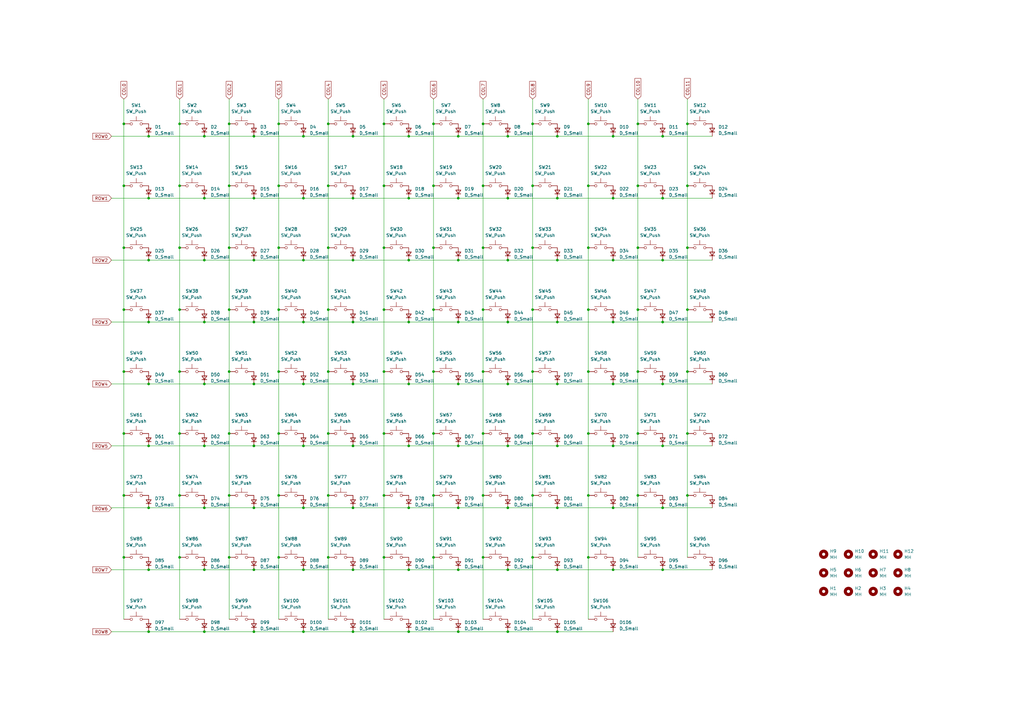
<source format=kicad_sch>
(kicad_sch (version 20230121) (generator eeschema)
  (paper "A3")
  (title_block (title "RGB mechanical kbd key matrix") (date "2023-06-22") (rev "1.3") (comment 2 "designed by LostFeather"))
  (junction (at 218.44 152.4))
  (junction (at 83.82 157.48))
  (junction (at 50.8 177.8))
  (junction (at 241.3 152.4))
  (junction (at 187.96 182.88))
  (junction (at 104.14 132.08))
  (junction (at 73.66 152.4))
  (junction (at 93.98 127))
  (junction (at 93.98 228.6))
  (junction (at 198.12 50.8))
  (junction (at 281.94 101.6))
  (junction (at 187.96 259.08))
  (junction (at 60.96 81.28))
  (junction (at 114.3 127))
  (junction (at 50.8 101.6))
  (junction (at 60.96 132.08))
  (junction (at 208.28 259.08))
  (junction (at 177.8 203.2))
  (junction (at 104.14 157.48))
  (junction (at 157.48 50.8))
  (junction (at 228.6 182.88))
  (junction (at 228.6 208.28))
  (junction (at 241.3 203.2))
  (junction (at 218.44 76.2))
  (junction (at 198.12 203.2))
  (junction (at 281.94 152.4))
  (junction (at 187.96 81.28))
  (junction (at 134.62 177.8))
  (junction (at 104.14 182.88))
  (junction (at 167.64 106.68))
  (junction (at 251.46 157.48))
  (junction (at 167.64 233.68))
  (junction (at 281.94 203.2))
  (junction (at 60.96 55.88))
  (junction (at 228.6 233.68))
  (junction (at 104.14 81.28))
  (junction (at 83.82 132.08))
  (junction (at 167.64 208.28))
  (junction (at 124.46 182.88))
  (junction (at 261.62 177.8))
  (junction (at 157.48 127))
  (junction (at 218.44 228.6))
  (junction (at 50.8 127))
  (junction (at 104.14 233.68))
  (junction (at 251.46 182.88))
  (junction (at 144.78 132.08))
  (junction (at 124.46 132.08))
  (junction (at 251.46 233.68))
  (junction (at 208.28 81.28))
  (junction (at 228.6 55.88))
  (junction (at 124.46 106.68))
  (junction (at 104.14 106.68))
  (junction (at 187.96 55.88))
  (junction (at 134.62 127))
  (junction (at 167.64 132.08))
  (junction (at 281.94 127))
  (junction (at 83.82 55.88))
  (junction (at 261.62 101.6))
  (junction (at 93.98 177.8))
  (junction (at 50.8 152.4))
  (junction (at 241.3 127))
  (junction (at 177.8 127))
  (junction (at 271.78 233.68))
  (junction (at 271.78 81.28))
  (junction (at 208.28 132.08))
  (junction (at 144.78 55.88))
  (junction (at 60.96 233.68))
  (junction (at 208.28 233.68))
  (junction (at 228.6 132.08))
  (junction (at 93.98 203.2))
  (junction (at 241.3 101.6))
  (junction (at 177.8 76.2))
  (junction (at 93.98 152.4))
  (junction (at 157.48 177.8))
  (junction (at 228.6 259.08))
  (junction (at 157.48 76.2))
  (junction (at 144.78 182.88))
  (junction (at 198.12 152.4))
  (junction (at 93.98 76.2))
  (junction (at 167.64 55.88))
  (junction (at 261.62 203.2))
  (junction (at 50.8 50.8))
  (junction (at 271.78 182.88))
  (junction (at 134.62 50.8))
  (junction (at 83.82 182.88))
  (junction (at 228.6 106.68))
  (junction (at 60.96 182.88))
  (junction (at 104.14 259.08))
  (junction (at 218.44 127))
  (junction (at 114.3 76.2))
  (junction (at 251.46 81.28))
  (junction (at 83.82 233.68))
  (junction (at 134.62 228.6))
  (junction (at 157.48 101.6))
  (junction (at 281.94 50.8))
  (junction (at 60.96 259.08))
  (junction (at 187.96 157.48))
  (junction (at 261.62 50.8))
  (junction (at 50.8 228.6))
  (junction (at 83.82 208.28))
  (junction (at 114.3 50.8))
  (junction (at 177.8 50.8))
  (junction (at 187.96 233.68))
  (junction (at 251.46 55.88))
  (junction (at 50.8 203.2))
  (junction (at 208.28 106.68))
  (junction (at 271.78 106.68))
  (junction (at 177.8 152.4))
  (junction (at 144.78 233.68))
  (junction (at 167.64 259.08))
  (junction (at 114.3 152.4))
  (junction (at 73.66 50.8))
  (junction (at 261.62 76.2))
  (junction (at 177.8 228.6))
  (junction (at 261.62 127))
  (junction (at 198.12 177.8))
  (junction (at 134.62 76.2))
  (junction (at 187.96 132.08))
  (junction (at 261.62 152.4))
  (junction (at 124.46 259.08))
  (junction (at 157.48 152.4))
  (junction (at 73.66 228.6))
  (junction (at 271.78 132.08))
  (junction (at 167.64 157.48))
  (junction (at 73.66 203.2))
  (junction (at 144.78 81.28))
  (junction (at 114.3 177.8))
  (junction (at 241.3 50.8))
  (junction (at 73.66 76.2))
  (junction (at 198.12 76.2))
  (junction (at 177.8 177.8))
  (junction (at 157.48 228.6))
  (junction (at 271.78 157.48))
  (junction (at 124.46 157.48))
  (junction (at 134.62 101.6))
  (junction (at 114.3 228.6))
  (junction (at 83.82 106.68))
  (junction (at 281.94 76.2))
  (junction (at 134.62 152.4))
  (junction (at 187.96 106.68))
  (junction (at 218.44 203.2))
  (junction (at 198.12 228.6))
  (junction (at 83.82 259.08))
  (junction (at 167.64 81.28))
  (junction (at 134.62 203.2))
  (junction (at 241.3 76.2))
  (junction (at 198.12 101.6))
  (junction (at 208.28 157.48))
  (junction (at 177.8 101.6))
  (junction (at 124.46 233.68))
  (junction (at 93.98 50.8))
  (junction (at 228.6 157.48))
  (junction (at 208.28 182.88))
  (junction (at 208.28 208.28))
  (junction (at 251.46 208.28))
  (junction (at 187.96 208.28))
  (junction (at 60.96 208.28))
  (junction (at 218.44 177.8))
  (junction (at 60.96 157.48))
  (junction (at 208.28 55.88))
  (junction (at 167.64 182.88))
  (junction (at 124.46 208.28))
  (junction (at 281.94 177.8))
  (junction (at 157.48 203.2))
  (junction (at 104.14 55.88))
  (junction (at 73.66 127))
  (junction (at 198.12 127))
  (junction (at 271.78 208.28))
  (junction (at 93.98 101.6))
  (junction (at 144.78 157.48))
  (junction (at 73.66 177.8))
  (junction (at 114.3 203.2))
  (junction (at 50.8 76.2))
  (junction (at 251.46 106.68))
  (junction (at 241.3 228.6))
  (junction (at 104.14 208.28))
  (junction (at 144.78 208.28))
  (junction (at 124.46 55.88))
  (junction (at 241.3 177.8))
  (junction (at 73.66 101.6))
  (junction (at 114.3 101.6))
  (junction (at 218.44 50.8))
  (junction (at 144.78 106.68))
  (junction (at 83.82 81.28))
  (junction (at 218.44 101.6))
  (junction (at 228.6 81.28))
  (junction (at 60.96 106.68))
  (junction (at 251.46 132.08))
  (junction (at 271.78 55.88))
  (junction (at 124.46 81.28))
  (junction (at 144.78 259.08))
  (wire (pts (xy 198.12 101.6) (xy 198.12 127)))
  (wire (pts (xy 271.78 208.28) (xy 292.1 208.28)))
  (wire (pts (xy 157.48 101.6) (xy 157.48 127)))
  (wire (pts (xy 167.64 259.08) (xy 187.96 259.08)))
  (wire (pts (xy 218.44 228.6) (xy 218.44 254)))
  (wire (pts (xy 208.28 182.88) (xy 228.6 182.88)))
  (wire (pts (xy 114.3 177.8) (xy 114.3 203.2)))
  (wire (pts (xy 241.3 76.2) (xy 241.3 101.6)))
  (wire (pts (xy 177.8 177.8) (xy 177.8 203.2)))
  (wire (pts (xy 228.6 259.08) (xy 251.46 259.08)))
  (wire (pts (xy 218.44 127) (xy 218.44 152.4)))
  (wire (pts (xy 198.12 177.8) (xy 198.12 203.2)))
  (wire (pts (xy 73.66 76.2) (xy 73.66 101.6)))
  (wire (pts (xy 124.46 182.88) (xy 144.78 182.88)))
  (wire (pts (xy 187.96 132.08) (xy 208.28 132.08)))
  (wire (pts (xy 218.44 101.6) (xy 218.44 127)))
  (wire (pts (xy 124.46 106.68) (xy 144.78 106.68)))
  (wire (pts (xy 73.66 40.64) (xy 73.66 50.8)))
  (wire (pts (xy 73.66 152.4) (xy 73.66 177.8)))
  (wire (pts (xy 114.3 101.6) (xy 114.3 127)))
  (wire (pts (xy 144.78 55.88) (xy 167.64 55.88)))
  (wire (pts (xy 187.96 233.68) (xy 208.28 233.68)))
  (wire (pts (xy 83.82 259.08) (xy 104.14 259.08)))
  (wire (pts (xy 167.64 157.48) (xy 187.96 157.48)))
  (wire (pts (xy 60.96 157.48) (xy 83.82 157.48)))
  (wire (pts (xy 104.14 81.28) (xy 124.46 81.28)))
  (wire (pts (xy 134.62 40.64) (xy 134.62 50.8)))
  (wire (pts (xy 177.8 101.6) (xy 177.8 127)))
  (wire (pts (xy 198.12 203.2) (xy 198.12 228.6)))
  (wire (pts (xy 187.96 55.88) (xy 208.28 55.88)))
  (wire (pts (xy 208.28 208.28) (xy 228.6 208.28)))
  (wire (pts (xy 251.46 233.68) (xy 271.78 233.68)))
  (wire (pts (xy 228.6 157.48) (xy 251.46 157.48)))
  (wire (pts (xy 208.28 132.08) (xy 228.6 132.08)))
  (wire (pts (xy 187.96 259.08) (xy 208.28 259.08)))
  (wire (pts (xy 271.78 233.68) (xy 292.1 233.68)))
  (wire (pts (xy 93.98 177.8) (xy 93.98 203.2)))
  (wire (pts (xy 50.8 177.8) (xy 50.8 203.2)))
  (wire (pts (xy 241.3 177.8) (xy 241.3 203.2)))
  (wire (pts (xy 60.96 132.08) (xy 83.82 132.08)))
  (wire (pts (xy 114.3 203.2) (xy 114.3 228.6)))
  (wire (pts (xy 45.72 55.88) (xy 60.96 55.88)))
  (wire (pts (xy 251.46 208.28) (xy 271.78 208.28)))
  (wire (pts (xy 218.44 76.2) (xy 218.44 101.6)))
  (wire (pts (xy 134.62 50.8) (xy 134.62 76.2)))
  (wire (pts (xy 208.28 259.08) (xy 228.6 259.08)))
  (wire (pts (xy 114.3 127) (xy 114.3 152.4)))
  (wire (pts (xy 281.94 101.6) (xy 281.94 127)))
  (wire (pts (xy 218.44 152.4) (xy 218.44 177.8)))
  (wire (pts (xy 271.78 106.68) (xy 292.1 106.68)))
  (wire (pts (xy 50.8 50.8) (xy 50.8 76.2)))
  (wire (pts (xy 177.8 203.2) (xy 177.8 228.6)))
  (wire (pts (xy 261.62 203.2) (xy 261.62 228.6)))
  (wire (pts (xy 167.64 233.68) (xy 187.96 233.68)))
  (wire (pts (xy 281.94 127) (xy 281.94 152.4)))
  (wire (pts (xy 73.66 127) (xy 73.66 152.4)))
  (wire (pts (xy 187.96 208.28) (xy 208.28 208.28)))
  (wire (pts (xy 157.48 40.64) (xy 157.48 50.8)))
  (wire (pts (xy 241.3 152.4) (xy 241.3 177.8)))
  (wire (pts (xy 177.8 228.6) (xy 177.8 254)))
  (wire (pts (xy 228.6 55.88) (xy 251.46 55.88)))
  (wire (pts (xy 104.14 132.08) (xy 124.46 132.08)))
  (wire (pts (xy 167.64 132.08) (xy 187.96 132.08)))
  (wire (pts (xy 228.6 132.08) (xy 251.46 132.08)))
  (wire (pts (xy 144.78 208.28) (xy 167.64 208.28)))
  (wire (pts (xy 281.94 152.4) (xy 281.94 177.8)))
  (wire (pts (xy 83.82 132.08) (xy 104.14 132.08)))
  (wire (pts (xy 218.44 177.8) (xy 218.44 203.2)))
  (wire (pts (xy 261.62 50.8) (xy 261.62 76.2)))
  (wire (pts (xy 261.62 101.6) (xy 261.62 127)))
  (wire (pts (xy 45.72 81.28) (xy 60.96 81.28)))
  (wire (pts (xy 134.62 101.6) (xy 134.62 127)))
  (wire (pts (xy 45.72 132.08) (xy 60.96 132.08)))
  (wire (pts (xy 60.96 259.08) (xy 83.82 259.08)))
  (wire (pts (xy 261.62 40.64) (xy 261.62 50.8)))
  (wire (pts (xy 157.48 177.8) (xy 157.48 203.2)))
  (wire (pts (xy 157.48 152.4) (xy 157.48 177.8)))
  (wire (pts (xy 281.94 50.8) (xy 281.94 76.2)))
  (wire (pts (xy 187.96 81.28) (xy 208.28 81.28)))
  (wire (pts (xy 93.98 40.64) (xy 93.98 50.8)))
  (wire (pts (xy 124.46 81.28) (xy 144.78 81.28)))
  (wire (pts (xy 167.64 55.88) (xy 187.96 55.88)))
  (wire (pts (xy 177.8 40.64) (xy 177.8 50.8)))
  (wire (pts (xy 157.48 127) (xy 157.48 152.4)))
  (wire (pts (xy 45.72 106.68) (xy 60.96 106.68)))
  (wire (pts (xy 177.8 50.8) (xy 177.8 76.2)))
  (wire (pts (xy 167.64 81.28) (xy 187.96 81.28)))
  (wire (pts (xy 251.46 106.68) (xy 271.78 106.68)))
  (wire (pts (xy 251.46 55.88) (xy 271.78 55.88)))
  (wire (pts (xy 83.82 233.68) (xy 104.14 233.68)))
  (wire (pts (xy 104.14 182.88) (xy 124.46 182.88)))
  (wire (pts (xy 114.3 40.64) (xy 114.3 50.8)))
  (wire (pts (xy 134.62 152.4) (xy 134.62 177.8)))
  (wire (pts (xy 134.62 76.2) (xy 134.62 101.6)))
  (wire (pts (xy 124.46 55.88) (xy 144.78 55.88)))
  (wire (pts (xy 271.78 55.88) (xy 292.1 55.88)))
  (wire (pts (xy 198.12 40.64) (xy 198.12 50.8)))
  (wire (pts (xy 124.46 259.08) (xy 144.78 259.08)))
  (wire (pts (xy 114.3 76.2) (xy 114.3 101.6)))
  (wire (pts (xy 124.46 233.68) (xy 144.78 233.68)))
  (wire (pts (xy 83.82 81.28) (xy 104.14 81.28)))
  (wire (pts (xy 60.96 208.28) (xy 83.82 208.28)))
  (wire (pts (xy 228.6 106.68) (xy 251.46 106.68)))
  (wire (pts (xy 134.62 177.8) (xy 134.62 203.2)))
  (wire (pts (xy 73.66 101.6) (xy 73.66 127)))
  (wire (pts (xy 50.8 40.64) (xy 50.8 50.8)))
  (wire (pts (xy 83.82 182.88) (xy 104.14 182.88)))
  (wire (pts (xy 60.96 106.68) (xy 83.82 106.68)))
  (wire (pts (xy 83.82 106.68) (xy 104.14 106.68)))
  (wire (pts (xy 104.14 55.88) (xy 124.46 55.88)))
  (wire (pts (xy 104.14 208.28) (xy 124.46 208.28)))
  (wire (pts (xy 83.82 55.88) (xy 104.14 55.88)))
  (wire (pts (xy 144.78 106.68) (xy 167.64 106.68)))
  (wire (pts (xy 73.66 50.8) (xy 73.66 76.2)))
  (wire (pts (xy 104.14 233.68) (xy 124.46 233.68)))
  (wire (pts (xy 218.44 50.8) (xy 218.44 76.2)))
  (wire (pts (xy 251.46 182.88) (xy 271.78 182.88)))
  (wire (pts (xy 93.98 101.6) (xy 93.98 127)))
  (wire (pts (xy 251.46 157.48) (xy 271.78 157.48)))
  (wire (pts (xy 45.72 208.28) (xy 60.96 208.28)))
  (wire (pts (xy 241.3 50.8) (xy 241.3 76.2)))
  (wire (pts (xy 218.44 203.2) (xy 218.44 228.6)))
  (wire (pts (xy 93.98 228.6) (xy 93.98 254)))
  (wire (pts (xy 144.78 259.08) (xy 167.64 259.08)))
  (wire (pts (xy 104.14 106.68) (xy 124.46 106.68)))
  (wire (pts (xy 228.6 182.88) (xy 251.46 182.88)))
  (wire (pts (xy 228.6 81.28) (xy 251.46 81.28)))
  (wire (pts (xy 73.66 228.6) (xy 73.66 254)))
  (wire (pts (xy 45.72 157.48) (xy 60.96 157.48)))
  (wire (pts (xy 134.62 228.6) (xy 134.62 254)))
  (wire (pts (xy 134.62 127) (xy 134.62 152.4)))
  (wire (pts (xy 208.28 233.68) (xy 228.6 233.68)))
  (wire (pts (xy 124.46 208.28) (xy 144.78 208.28)))
  (wire (pts (xy 167.64 182.88) (xy 187.96 182.88)))
  (wire (pts (xy 198.12 152.4) (xy 198.12 177.8)))
  (wire (pts (xy 271.78 81.28) (xy 292.1 81.28)))
  (wire (pts (xy 144.78 182.88) (xy 167.64 182.88)))
  (wire (pts (xy 281.94 76.2) (xy 281.94 101.6)))
  (wire (pts (xy 114.3 228.6) (xy 114.3 254)))
  (wire (pts (xy 104.14 259.08) (xy 124.46 259.08)))
  (wire (pts (xy 177.8 152.4) (xy 177.8 177.8)))
  (wire (pts (xy 198.12 50.8) (xy 198.12 76.2)))
  (wire (pts (xy 198.12 127) (xy 198.12 152.4)))
  (wire (pts (xy 93.98 76.2) (xy 93.98 101.6)))
  (wire (pts (xy 114.3 50.8) (xy 114.3 76.2)))
  (wire (pts (xy 50.8 228.6) (xy 50.8 254)))
  (wire (pts (xy 187.96 182.88) (xy 208.28 182.88)))
  (wire (pts (xy 218.44 40.64) (xy 218.44 50.8)))
  (wire (pts (xy 241.3 40.64) (xy 241.3 50.8)))
  (wire (pts (xy 228.6 233.68) (xy 251.46 233.68)))
  (wire (pts (xy 261.62 152.4) (xy 261.62 177.8)))
  (wire (pts (xy 241.3 101.6) (xy 241.3 127)))
  (wire (pts (xy 261.62 127) (xy 261.62 152.4)))
  (wire (pts (xy 50.8 203.2) (xy 50.8 228.6)))
  (wire (pts (xy 177.8 76.2) (xy 177.8 101.6)))
  (wire (pts (xy 83.82 208.28) (xy 104.14 208.28)))
  (wire (pts (xy 93.98 127) (xy 93.98 152.4)))
  (wire (pts (xy 50.8 127) (xy 50.8 152.4)))
  (wire (pts (xy 208.28 106.68) (xy 228.6 106.68)))
  (wire (pts (xy 73.66 203.2) (xy 73.66 228.6)))
  (wire (pts (xy 241.3 127) (xy 241.3 152.4)))
  (wire (pts (xy 157.48 228.6) (xy 157.48 254)))
  (wire (pts (xy 50.8 152.4) (xy 50.8 177.8)))
  (wire (pts (xy 144.78 233.68) (xy 167.64 233.68)))
  (wire (pts (xy 60.96 55.88) (xy 83.82 55.88)))
  (wire (pts (xy 167.64 106.68) (xy 187.96 106.68)))
  (wire (pts (xy 144.78 81.28) (xy 167.64 81.28)))
  (wire (pts (xy 241.3 203.2) (xy 241.3 228.6)))
  (wire (pts (xy 157.48 76.2) (xy 157.48 101.6)))
  (wire (pts (xy 187.96 157.48) (xy 208.28 157.48)))
  (wire (pts (xy 281.94 203.2) (xy 281.94 228.6)))
  (wire (pts (xy 177.8 127) (xy 177.8 152.4)))
  (wire (pts (xy 60.96 182.88) (xy 83.82 182.88)))
  (wire (pts (xy 93.98 203.2) (xy 93.98 228.6)))
  (wire (pts (xy 45.72 259.08) (xy 60.96 259.08)))
  (wire (pts (xy 124.46 157.48) (xy 144.78 157.48)))
  (wire (pts (xy 251.46 81.28) (xy 271.78 81.28)))
  (wire (pts (xy 45.72 182.88) (xy 60.96 182.88)))
  (wire (pts (xy 45.72 208.534) (xy 45.72 208.28)))
  (wire (pts (xy 187.96 106.68) (xy 208.28 106.68)))
  (wire (pts (xy 261.62 177.8) (xy 261.62 203.2)))
  (wire (pts (xy 134.62 203.2) (xy 134.62 228.6)))
  (wire (pts (xy 114.3 152.4) (xy 114.3 177.8)))
  (wire (pts (xy 60.96 81.28) (xy 83.82 81.28)))
  (wire (pts (xy 104.14 157.48) (xy 124.46 157.48)))
  (wire (pts (xy 45.72 233.68) (xy 60.96 233.68)))
  (wire (pts (xy 198.12 76.2) (xy 198.12 101.6)))
  (wire (pts (xy 228.6 208.28) (xy 251.46 208.28)))
  (wire (pts (xy 50.8 101.6) (xy 50.8 127)))
  (wire (pts (xy 271.78 157.48) (xy 292.1 157.48)))
  (wire (pts (xy 241.3 228.6) (xy 241.3 254)))
  (wire (pts (xy 144.78 132.08) (xy 167.64 132.08)))
  (wire (pts (xy 144.78 157.48) (xy 167.64 157.48)))
  (wire (pts (xy 271.78 132.08) (xy 292.1 132.08)))
  (wire (pts (xy 157.48 203.2) (xy 157.48 228.6)))
  (wire (pts (xy 83.82 157.48) (xy 104.14 157.48)))
  (wire (pts (xy 60.96 233.68) (xy 83.82 233.68)))
  (wire (pts (xy 93.98 152.4) (xy 93.98 177.8)))
  (wire (pts (xy 208.28 55.88) (xy 228.6 55.88)))
  (wire (pts (xy 208.28 81.28) (xy 228.6 81.28)))
  (wire (pts (xy 157.48 50.8) (xy 157.48 76.2)))
  (wire (pts (xy 271.78 182.88) (xy 292.1 182.88)))
  (wire (pts (xy 73.66 177.8) (xy 73.66 203.2)))
  (wire (pts (xy 251.46 132.08) (xy 271.78 132.08)))
  (wire (pts (xy 50.8 76.2) (xy 50.8 101.6)))
  (wire (pts (xy 124.46 132.08) (xy 144.78 132.08)))
  (wire (pts (xy 93.98 50.8) (xy 93.98 76.2)))
  (wire (pts (xy 281.94 40.64) (xy 281.94 50.8)))
  (wire (pts (xy 198.12 228.6) (xy 198.12 254)))
  (wire (pts (xy 208.28 157.48) (xy 228.6 157.48)))
  (wire (pts (xy 281.94 177.8) (xy 281.94 203.2)))
  (wire (pts (xy 261.62 76.2) (xy 261.62 101.6)))
  (wire (pts (xy 167.64 208.28) (xy 187.96 208.28)))
  (global_label "COL10" (shape input) (at 261.62 40.64 90) (property "Intersheetrefs" "${INTERSHEET_REFS}" (effects hide)))
  (global_label "COL3" (shape input) (at 114.3 40.64 90) (property "Intersheetrefs" "${INTERSHEET_REFS}" (effects hide)))
  (global_label "ROW0" (shape input) (at 45.72 55.88 180) (property "Intersheetrefs" "${INTERSHEET_REFS}" (effects hide)))
  (global_label "COL6" (shape input) (at 177.8 40.64 90) (property "Intersheetrefs" "${INTERSHEET_REFS}" (effects hide)))
  (global_label "COL2" (shape input) (at 93.98 40.64 90) (property "Intersheetrefs" "${INTERSHEET_REFS}" (effects hide)))
  (global_label "ROW6" (shape input) (at 45.72 208.534 180) (property "Intersheetrefs" "${INTERSHEET_REFS}" (effects hide)))
  (global_label "COL8" (shape input) (at 218.44 40.64 90) (property "Intersheetrefs" "${INTERSHEET_REFS}" (effects hide)))
  (global_label "ROW2" (shape input) (at 45.72 106.68 180) (property "Intersheetrefs" "${INTERSHEET_REFS}" (effects hide)))
  (global_label "COL1" (shape input) (at 73.66 40.64 90) (property "Intersheetrefs" "${INTERSHEET_REFS}" (effects hide)))
  (global_label "COL5" (shape input) (at 157.48 40.64 90) (property "Intersheetrefs" "${INTERSHEET_REFS}" (effects hide)))
  (global_label "COL0" (shape input) (at 50.8 40.64 90) (property "Intersheetrefs" "${INTERSHEET_REFS}" (effects hide)))
  (global_label "COL4" (shape input) (at 134.62 40.64 90) (property "Intersheetrefs" "${INTERSHEET_REFS}" (effects hide)))
  (global_label "ROW1" (shape input) (at 45.72 81.28 180) (property "Intersheetrefs" "${INTERSHEET_REFS}" (effects hide)))
  (global_label "COL7" (shape input) (at 198.12 40.64 90) (property "Intersheetrefs" "${INTERSHEET_REFS}" (effects hide)))
  (global_label "ROW7" (shape input) (at 45.72 233.68 180) (property "Intersheetrefs" "${INTERSHEET_REFS}" (effects hide)))
  (global_label "ROW5" (shape input) (at 45.72 182.88 180) (property "Intersheetrefs" "${INTERSHEET_REFS}" (effects hide)))
  (global_label "COL11" (shape input) (at 281.94 40.64 90) (property "Intersheetrefs" "${INTERSHEET_REFS}" (effects hide)))
  (global_label "ROW8" (shape input) (at 45.72 259.08 180) (property "Intersheetrefs" "${INTERSHEET_REFS}" (effects hide)))
  (global_label "ROW4" (shape input) (at 45.72 157.48 180) (property "Intersheetrefs" "${INTERSHEET_REFS}" (effects hide)))
  (global_label "COL9" (shape input) (at 241.3 40.64 90) (property "Intersheetrefs" "${INTERSHEET_REFS}" (effects hide)))
  (global_label "ROW3" (shape input) (at 45.72 132.08 180) (property "Intersheetrefs" "${INTERSHEET_REFS}" (effects hide)))
  (symbol (lib_id "Device:D_Small") (at 208.28 205.74 90) (unit 1)
    (property "Reference" "D80" (at 210.82 204.47 90) (effects (justify right)))
    (property "Value" "D_Small" (at 210.82 207.01 90) (effects (justify right)))
    (property "Footprint" "Diode_SMD:D_SOD-123" (effects hide))
    (property "Sim.Device" "D" (effects hide))
    (property "Sim.Pins" "1=K 2=A" (effects hide))
  )
  (symbol (lib_id "Device:D_Small") (at 187.96 154.94 90) (unit 1)
    (property "Reference" "D55" (at 190.5 153.67 90) (effects (justify right)))
    (property "Value" "D_Small" (at 190.5 156.21 90) (effects (justify right)))
    (property "Footprint" "Diode_SMD:D_SOD-123" (effects hide))
    (property "Sim.Device" "D" (effects hide))
    (property "Sim.Pins" "1=K 2=A" (effects hide))
  )
  (symbol (lib_id "Device:D_Small") (at 292.1 129.54 90) (unit 1)
    (property "Reference" "D48" (at 294.64 128.27 90) (effects (justify right)))
    (property "Value" "D_Small" (at 294.64 130.81 90) (effects (justify right)))
    (property "Footprint" "Diode_SMD:D_SOD-123" (effects hide))
    (property "Sim.Device" "D" (effects hide))
    (property "Sim.Pins" "1=K 2=A" (effects hide))
  )
  (symbol (lib_id "Mechanical:MountingHole") (at 337.82 234.95 0) (unit 1)
    (property "Reference" "H5" (at 340.36 233.68 0) (effects (justify left)))
    (property "Value" "MH" (at 340.36 236.22 0) (effects (justify left)))
    (property "Footprint" "MountingHole:MountingHole_2.2mm_M2_ISO14580_Pad_TopBottom" (effects hide))
  )
  (symbol (lib_id "Switch:SW_Push") (at 78.74 127 0) (unit 1)
    (property "Reference" "SW38" (at 78.74 119.38 0))
    (property "Value" "SW_Push" (at 78.74 121.92 0))
    (property "Footprint" "Footprints:Kailh_socket_MX" (effects hide))
  )
  (symbol (lib_id "Switch:SW_Push") (at 139.7 127 0) (unit 1)
    (property "Reference" "SW41" (at 139.7 119.38 0))
    (property "Value" "SW_Push" (at 139.7 121.92 0))
    (property "Footprint" "Footprints:Kailh_socket_MX" (effects hide))
  )
  (symbol (lib_id "Device:D_Small") (at 124.46 154.94 90) (unit 1)
    (property "Reference" "D52" (at 127 153.67 90) (effects (justify right)))
    (property "Value" "D_Small" (at 127 156.21 90) (effects (justify right)))
    (property "Footprint" "Diode_SMD:D_SOD-123" (effects hide))
    (property "Sim.Device" "D" (effects hide))
    (property "Sim.Pins" "1=K 2=A" (effects hide))
  )
  (symbol (lib_id "Switch:SW_Push") (at 203.2 228.6 0) (unit 1)
    (property "Reference" "SW92" (at 203.2 220.98 0))
    (property "Value" "SW_Push" (at 203.2 223.52 0))
    (property "Footprint" "Footprints:Kailh_socket_MX" (effects hide))
  )
  (symbol (lib_id "Switch:SW_Push") (at 139.7 203.2 0) (unit 1)
    (property "Reference" "SW77" (at 139.7 195.58 0))
    (property "Value" "SW_Push" (at 139.7 198.12 0))
    (property "Footprint" "Footprints:Kailh_socket_MX" (effects hide))
  )
  (symbol (lib_id "Device:D_Small") (at 228.6 129.54 90) (unit 1)
    (property "Reference" "D45" (at 231.14 128.27 90) (effects (justify right)))
    (property "Value" "D_Small" (at 231.14 130.81 90) (effects (justify right)))
    (property "Footprint" "Diode_SMD:D_SOD-123" (effects hide))
    (property "Sim.Device" "D" (effects hide))
    (property "Sim.Pins" "1=K 2=A" (effects hide))
  )
  (symbol (lib_id "Switch:SW_Push") (at 162.56 228.6 0) (unit 1)
    (property "Reference" "SW90" (at 162.56 220.98 0))
    (property "Value" "SW_Push" (at 162.56 223.52 0))
    (property "Footprint" "Footprints:Kailh_socket_MX" (effects hide))
  )
  (symbol (lib_id "Device:D_Small") (at 251.46 180.34 90) (unit 1)
    (property "Reference" "D70" (at 254 179.07 90) (effects (justify right)))
    (property "Value" "D_Small" (at 254 181.61 90) (effects (justify right)))
    (property "Footprint" "Diode_SMD:D_SOD-123" (effects hide))
    (property "Sim.Device" "D" (effects hide))
    (property "Sim.Pins" "1=K 2=A" (effects hide))
  )
  (symbol (lib_id "Device:D_Small") (at 228.6 78.74 90) (unit 1)
    (property "Reference" "D21" (at 231.14 77.47 90) (effects (justify right)))
    (property "Value" "D_Small" (at 231.14 80.01 90) (effects (justify right)))
    (property "Footprint" "Diode_SMD:D_SOD-123" (effects hide))
    (property "Sim.Device" "D" (effects hide))
    (property "Sim.Pins" "1=K 2=A" (effects hide))
  )
  (symbol (lib_id "Switch:SW_Push") (at 78.74 152.4 0) (unit 1)
    (property "Reference" "SW50" (at 78.74 144.78 0))
    (property "Value" "SW_Push" (at 78.74 147.32 0))
    (property "Footprint" "Footprints:Kailh_socket_MX" (effects hide))
  )
  (symbol (lib_id "Device:D_Small") (at 60.96 53.34 90) (unit 1)
    (property "Reference" "D1" (at 63.5 52.07 90) (effects (justify right)))
    (property "Value" "D_Small" (at 63.5 54.61 90) (effects (justify right)))
    (property "Footprint" "Diode_SMD:D_SOD-123" (effects hide))
    (property "Sim.Device" "D" (effects hide))
    (property "Sim.Pins" "1=K 2=A" (effects hide))
  )
  (symbol (lib_id "Device:D_Small") (at 187.96 256.54 90) (unit 1)
    (property "Reference" "D103" (at 190.5 255.27 90) (effects (justify right)))
    (property "Value" "D_Small" (at 190.5 257.81 90) (effects (justify right)))
    (property "Footprint" "Diode_SMD:D_SOD-123" (effects hide))
    (property "Sim.Device" "D" (effects hide))
    (property "Sim.Pins" "1=K 2=A" (effects hide))
  )
  (symbol (lib_id "Device:D_Small") (at 167.64 129.54 90) (unit 1)
    (property "Reference" "D42" (at 170.18 128.27 90) (effects (justify right)))
    (property "Value" "D_Small" (at 170.18 130.81 90) (effects (justify right)))
    (property "Footprint" "Diode_SMD:D_SOD-123" (effects hide))
    (property "Sim.Device" "D" (effects hide))
    (property "Sim.Pins" "1=K 2=A" (effects hide))
  )
  (symbol (lib_id "Device:D_Small") (at 60.96 104.14 90) (unit 1)
    (property "Reference" "D25" (at 63.5 102.87 90) (effects (justify right)))
    (property "Value" "D_Small" (at 63.5 105.41 90) (effects (justify right)))
    (property "Footprint" "Diode_SMD:D_SOD-123" (effects hide))
    (property "Sim.Device" "D" (effects hide))
    (property "Sim.Pins" "1=K 2=A" (effects hide))
  )
  (symbol (lib_id "Switch:SW_Push") (at 78.74 101.6 0) (unit 1)
    (property "Reference" "SW26" (at 78.74 93.98 0))
    (property "Value" "SW_Push" (at 78.74 96.52 0))
    (property "Footprint" "Footprints:Kailh_socket_MX" (effects hide))
  )
  (symbol (lib_id "Switch:SW_Push") (at 162.56 152.4 0) (unit 1)
    (property "Reference" "SW54" (at 162.56 144.78 0))
    (property "Value" "SW_Push" (at 162.56 147.32 0))
    (property "Footprint" "Footprints:Kailh_socket_MX" (effects hide))
  )
  (symbol (lib_id "Switch:SW_Push") (at 223.52 101.6 0) (unit 1)
    (property "Reference" "SW33" (at 223.52 93.98 0))
    (property "Value" "SW_Push" (at 223.52 96.52 0))
    (property "Footprint" "Footprints:Kailh_socket_MX" (effects hide))
  )
  (symbol (lib_id "Switch:SW_Push") (at 78.74 50.8 0) (unit 1)
    (property "Reference" "SW2" (at 78.74 43.18 0))
    (property "Value" "SW_Push" (at 78.74 45.72 0))
    (property "Footprint" "Footprints:Kailh_socket_MX" (effects hide))
  )
  (symbol (lib_id "Device:D_Small") (at 83.82 231.14 90) (unit 1)
    (property "Reference" "D86" (at 86.36 229.87 90) (effects (justify right)))
    (property "Value" "D_Small" (at 86.36 232.41 90) (effects (justify right)))
    (property "Footprint" "Diode_SMD:D_SOD-123" (effects hide))
    (property "Sim.Device" "D" (effects hide))
    (property "Sim.Pins" "1=K 2=A" (effects hide))
  )
  (symbol (lib_id "Device:D_Small") (at 104.14 129.54 90) (unit 1)
    (property "Reference" "D39" (at 106.68 128.27 90) (effects (justify right)))
    (property "Value" "D_Small" (at 106.68 130.81 90) (effects (justify right)))
    (property "Footprint" "Diode_SMD:D_SOD-123" (effects hide))
    (property "Sim.Device" "D" (effects hide))
    (property "Sim.Pins" "1=K 2=A" (effects hide))
  )
  (symbol (lib_id "Switch:SW_Push") (at 182.88 228.6 0) (unit 1)
    (property "Reference" "SW91" (at 182.88 220.98 0))
    (property "Value" "SW_Push" (at 182.88 223.52 0))
    (property "Footprint" "Footprints:Kailh_socket_MX" (effects hide))
  )
  (symbol (lib_id "Device:D_Small") (at 124.46 104.14 90) (unit 1)
    (property "Reference" "D28" (at 127 102.87 90) (effects (justify right)))
    (property "Value" "D_Small" (at 127 105.41 90) (effects (justify right)))
    (property "Footprint" "Diode_SMD:D_SOD-123" (effects hide))
    (property "Sim.Device" "D" (effects hide))
    (property "Sim.Pins" "1=K 2=A" (effects hide))
  )
  (symbol (lib_id "Device:D_Small") (at 83.82 104.14 90) (unit 1)
    (property "Reference" "D26" (at 86.36 102.87 90) (effects (justify right)))
    (property "Value" "D_Small" (at 86.36 105.41 90) (effects (justify right)))
    (property "Footprint" "Diode_SMD:D_SOD-123" (effects hide))
    (property "Sim.Device" "D" (effects hide))
    (property "Sim.Pins" "1=K 2=A" (effects hide))
  )
  (symbol (lib_id "Mechanical:MountingHole") (at 368.3 234.95 0) (unit 1)
    (property "Reference" "H8" (at 370.84 233.68 0) (effects (justify left)))
    (property "Value" "MH" (at 370.84 236.22 0) (effects (justify left)))
    (property "Footprint" "MountingHole:MountingHole_2.2mm_M2_ISO14580_Pad_TopBottom" (effects hide))
  )
  (symbol (lib_id "Switch:SW_Push") (at 203.2 76.2 0) (unit 1)
    (property "Reference" "SW20" (at 203.2 68.58 0))
    (property "Value" "SW_Push" (at 203.2 71.12 0))
    (property "Footprint" "Footprints:Kailh_socket_MX" (effects hide))
  )
  (symbol (lib_id "Device:D_Small") (at 228.6 53.34 90) (unit 1)
    (property "Reference" "D9" (at 231.14 52.07 90) (effects (justify right)))
    (property "Value" "D_Small" (at 231.14 54.61 90) (effects (justify right)))
    (property "Footprint" "Diode_SMD:D_SOD-123" (effects hide))
    (property "Sim.Device" "D" (effects hide))
    (property "Sim.Pins" "1=K 2=A" (effects hide))
  )
  (symbol (lib_id "Switch:SW_Push") (at 182.88 50.8 0) (unit 1)
    (property "Reference" "SW7" (at 182.88 43.18 0))
    (property "Value" "SW_Push" (at 182.88 45.72 0))
    (property "Footprint" "Footprints:Kailh_socket_MX" (effects hide))
  )
  (symbol (lib_id "Device:D_Small") (at 292.1 104.14 90) (unit 1)
    (property "Reference" "D36" (at 294.64 102.87 90) (effects (justify right)))
    (property "Value" "D_Small" (at 294.64 105.41 90) (effects (justify right)))
    (property "Footprint" "Diode_SMD:D_SOD-123" (effects hide))
    (property "Sim.Device" "D" (effects hide))
    (property "Sim.Pins" "1=K 2=A" (effects hide))
  )
  (symbol (lib_id "Switch:SW_Push") (at 119.38 101.6 0) (unit 1)
    (property "Reference" "SW28" (at 119.38 93.98 0))
    (property "Value" "SW_Push" (at 119.38 96.52 0))
    (property "Footprint" "Footprints:Kailh_socket_MX" (effects hide))
  )
  (symbol (lib_id "Switch:SW_Push") (at 266.7 203.2 0) (unit 1)
    (property "Reference" "SW83" (at 266.7 195.58 0))
    (property "Value" "SW_Push" (at 266.7 198.12 0))
    (property "Footprint" "Footprints:Kailh_socket_MX" (effects hide))
  )
  (symbol (lib_id "Device:D_Small") (at 187.96 231.14 90) (unit 1)
    (property "Reference" "D91" (at 190.5 229.87 90) (effects (justify right)))
    (property "Value" "D_Small" (at 190.5 232.41 90) (effects (justify right)))
    (property "Footprint" "Diode_SMD:D_SOD-123" (effects hide))
    (property "Sim.Device" "D" (effects hide))
    (property "Sim.Pins" "1=K 2=A" (effects hide))
  )
  (symbol (lib_id "Switch:SW_Push") (at 246.38 203.2 0) (unit 1)
    (property "Reference" "SW82" (at 246.38 195.58 0))
    (property "Value" "SW_Push" (at 246.38 198.12 0))
    (property "Footprint" "Footprints:Kailh_socket_MX" (effects hide))
  )
  (symbol (lib_id "Device:D_Small") (at 251.46 154.94 90) (unit 1)
    (property "Reference" "D58" (at 254 153.67 90) (effects (justify right)))
    (property "Value" "D_Small" (at 254 156.21 90) (effects (justify right)))
    (property "Footprint" "Diode_SMD:D_SOD-123" (effects hide))
    (property "Sim.Device" "D" (effects hide))
    (property "Sim.Pins" "1=K 2=A" (effects hide))
  )
  (symbol (lib_id "Device:D_Small") (at 167.64 256.54 90) (unit 1)
    (property "Reference" "D102" (at 170.18 255.27 90) (effects (justify right)))
    (property "Value" "D_Small" (at 170.18 257.81 90) (effects (justify right)))
    (property "Footprint" "Diode_SMD:D_SOD-123" (effects hide))
    (property "Sim.Device" "D" (effects hide))
    (property "Sim.Pins" "1=K 2=A" (effects hide))
  )
  (symbol (lib_id "Switch:SW_Push") (at 139.7 152.4 0) (unit 1)
    (property "Reference" "SW53" (at 139.7 144.78 0))
    (property "Value" "SW_Push" (at 139.7 147.32 0))
    (property "Footprint" "Footprints:Kailh_socket_MX" (effects hide))
  )
  (symbol (lib_id "Switch:SW_Push") (at 203.2 50.8 0) (unit 1)
    (property "Reference" "SW8" (at 203.2 43.18 0))
    (property "Value" "SW_Push" (at 203.2 45.72 0))
    (property "Footprint" "Footprints:Kailh_socket_MX" (effects hide))
  )
  (symbol (lib_id "Switch:SW_Push") (at 246.38 254 0) (unit 1)
    (property "Reference" "SW106" (at 246.38 246.38 0))
    (property "Value" "SW_Push" (at 246.38 248.92 0))
    (property "Footprint" "Footprints:Kailh_socket_MX" (effects hide))
  )
  (symbol (lib_id "Switch:SW_Push") (at 223.52 228.6 0) (unit 1)
    (property "Reference" "SW93" (at 223.52 220.98 0))
    (property "Value" "SW_Push" (at 223.52 223.52 0))
    (property "Footprint" "Footprints:Kailh_socket_MX" (effects hide))
  )
  (symbol (lib_id "Device:D_Small") (at 83.82 154.94 90) (unit 1)
    (property "Reference" "D50" (at 86.36 153.67 90) (effects (justify right)))
    (property "Value" "D_Small" (at 86.36 156.21 90) (effects (justify right)))
    (property "Footprint" "Diode_SMD:D_SOD-123" (effects hide))
    (property "Sim.Device" "D" (effects hide))
    (property "Sim.Pins" "1=K 2=A" (effects hide))
  )
  (symbol (lib_id "Device:D_Small") (at 167.64 154.94 90) (unit 1)
    (property "Reference" "D54" (at 170.18 153.67 90) (effects (justify right)))
    (property "Value" "D_Small" (at 170.18 156.21 90) (effects (justify right)))
    (property "Footprint" "Diode_SMD:D_SOD-123" (effects hide))
    (property "Sim.Device" "D" (effects hide))
    (property "Sim.Pins" "1=K 2=A" (effects hide))
  )
  (symbol (lib_id "Switch:SW_Push") (at 246.38 101.6 0) (unit 1)
    (property "Reference" "SW34" (at 246.38 93.98 0))
    (property "Value" "SW_Push" (at 246.38 96.52 0))
    (property "Footprint" "Footprints:Kailh_socket_MX" (effects hide))
  )
  (symbol (lib_id "Device:D_Small") (at 124.46 205.74 90) (unit 1)
    (property "Reference" "D76" (at 127 204.47 90) (effects (justify right)))
    (property "Value" "D_Small" (at 127 207.01 90) (effects (justify right)))
    (property "Footprint" "Diode_SMD:D_SOD-123" (effects hide))
    (property "Sim.Device" "D" (effects hide))
    (property "Sim.Pins" "1=K 2=A" (effects hide))
  )
  (symbol (lib_id "Device:D_Small") (at 104.14 154.94 90) (unit 1)
    (property "Reference" "D51" (at 106.68 153.67 90) (effects (justify right)))
    (property "Value" "D_Small" (at 106.68 156.21 90) (effects (justify right)))
    (property "Footprint" "Diode_SMD:D_SOD-123" (effects hide))
    (property "Sim.Device" "D" (effects hide))
    (property "Sim.Pins" "1=K 2=A" (effects hide))
  )
  (symbol (lib_id "Device:D_Small") (at 251.46 129.54 90) (unit 1)
    (property "Reference" "D46" (at 254 128.27 90) (effects (justify right)))
    (property "Value" "D_Small" (at 254 130.81 90) (effects (justify right)))
    (property "Footprint" "Diode_SMD:D_SOD-123" (effects hide))
    (property "Sim.Device" "D" (effects hide))
    (property "Sim.Pins" "1=K 2=A" (effects hide))
  )
  (symbol (lib_id "Switch:SW_Push") (at 182.88 152.4 0) (unit 1)
    (property "Reference" "SW55" (at 182.88 144.78 0))
    (property "Value" "SW_Push" (at 182.88 147.32 0))
    (property "Footprint" "Footprints:Kailh_socket_MX" (effects hide))
  )
  (symbol (lib_id "Device:D_Small") (at 60.96 205.74 90) (unit 1)
    (property "Reference" "D73" (at 63.5 204.47 90) (effects (justify right)))
    (property "Value" "D_Small" (at 63.5 207.01 90) (effects (justify right)))
    (property "Footprint" "Diode_SMD:D_SOD-123" (effects hide))
    (property "Sim.Device" "D" (effects hide))
    (property "Sim.Pins" "1=K 2=A" (effects hide))
  )
  (symbol (lib_id "Device:D_Small") (at 271.78 129.54 90) (unit 1)
    (property "Reference" "D47" (at 274.32 128.27 90) (effects (justify right)))
    (property "Value" "D_Small" (at 274.32 130.81 90) (effects (justify right)))
    (property "Footprint" "Diode_SMD:D_SOD-123" (effects hide))
    (property "Sim.Device" "D" (effects hide))
    (property "Sim.Pins" "1=K 2=A" (effects hide))
  )
  (symbol (lib_id "Switch:SW_Push") (at 287.02 177.8 0) (unit 1)
    (property "Reference" "SW72" (at 287.02 170.18 0))
    (property "Value" "SW_Push" (at 287.02 172.72 0))
    (property "Footprint" "Footprints:Kailh_socket_MX" (effects hide))
  )
  (symbol (lib_id "Device:D_Small") (at 83.82 53.34 90) (unit 1)
    (property "Reference" "D2" (at 86.36 52.07 90) (effects (justify right)))
    (property "Value" "D_Small" (at 86.36 54.61 90) (effects (justify right)))
    (property "Footprint" "Diode_SMD:D_SOD-123" (effects hide))
    (property "Sim.Device" "D" (effects hide))
    (property "Sim.Pins" "1=K 2=A" (effects hide))
  )
  (symbol (lib_id "Switch:SW_Push") (at 203.2 152.4 0) (unit 1)
    (property "Reference" "SW56" (at 203.2 144.78 0))
    (property "Value" "SW_Push" (at 203.2 147.32 0))
    (property "Footprint" "Footprints:Kailh_socket_MX" (effects hide))
  )
  (symbol (lib_id "Device:D_Small") (at 208.28 78.74 90) (unit 1)
    (property "Reference" "D20" (at 210.82 77.47 90) (effects (justify right)))
    (property "Value" "D_Small" (at 210.82 80.01 90) (effects (justify right)))
    (property "Footprint" "Diode_SMD:D_SOD-123" (effects hide))
    (property "Sim.Device" "D" (effects hide))
    (property "Sim.Pins" "1=K 2=A" (effects hide))
  )
  (symbol (lib_id "Switch:SW_Push") (at 78.74 203.2 0) (unit 1)
    (property "Reference" "SW74" (at 78.74 195.58 0))
    (property "Value" "SW_Push" (at 78.74 198.12 0))
    (property "Footprint" "Footprints:Kailh_socket_MX" (effects hide))
  )
  (symbol (lib_id "Mechanical:MountingHole") (at 368.3 242.57 0) (unit 1)
    (property "Reference" "H4" (at 370.84 241.3 0) (effects (justify left)))
    (property "Value" "MH" (at 370.84 243.84 0) (effects (justify left)))
    (property "Footprint" "MountingHole:MountingHole_2.2mm_M2_ISO14580_Pad_TopBottom" (effects hide))
  )
  (symbol (lib_id "Switch:SW_Push") (at 182.88 177.8 0) (unit 1)
    (property "Reference" "SW67" (at 182.88 170.18 0))
    (property "Value" "SW_Push" (at 182.88 172.72 0))
    (property "Footprint" "Footprints:Kailh_socket_MX" (effects hide))
  )
  (symbol (lib_id "Switch:SW_Push") (at 182.88 76.2 0) (unit 1)
    (property "Reference" "SW19" (at 182.88 68.58 0))
    (property "Value" "SW_Push" (at 182.88 71.12 0))
    (property "Footprint" "Footprints:Kailh_socket_MX" (effects hide))
  )
  (symbol (lib_id "Device:D_Small") (at 251.46 53.34 90) (unit 1)
    (property "Reference" "D10" (at 254 52.07 90) (effects (justify right)))
    (property "Value" "D_Small" (at 254 54.61 90) (effects (justify right)))
    (property "Footprint" "Diode_SMD:D_SOD-123" (effects hide))
    (property "Sim.Device" "D" (effects hide))
    (property "Sim.Pins" "1=K 2=A" (effects hide))
  )
  (symbol (lib_id "Switch:SW_Push") (at 223.52 254 0) (unit 1)
    (property "Reference" "SW105" (at 223.52 246.38 0))
    (property "Value" "SW_Push" (at 223.52 248.92 0))
    (property "Footprint" "Footprints:Kailh_socket_MX" (effects hide))
  )
  (symbol (lib_id "Device:D_Small") (at 228.6 104.14 90) (unit 1)
    (property "Reference" "D33" (at 231.14 102.87 90) (effects (justify right)))
    (property "Value" "D_Small" (at 231.14 105.41 90) (effects (justify right)))
    (property "Footprint" "Diode_SMD:D_SOD-123" (effects hide))
    (property "Sim.Device" "D" (effects hide))
    (property "Sim.Pins" "1=K 2=A" (effects hide))
  )
  (symbol (lib_id "Switch:SW_Push") (at 99.06 152.4 0) (unit 1)
    (property "Reference" "SW51" (at 99.06 144.78 0))
    (property "Value" "SW_Push" (at 99.06 147.32 0))
    (property "Footprint" "Footprints:Kailh_socket_MX" (effects hide))
  )
  (symbol (lib_id "Switch:SW_Push") (at 139.7 101.6 0) (unit 1)
    (property "Reference" "SW29" (at 139.7 93.98 0))
    (property "Value" "SW_Push" (at 139.7 96.52 0))
    (property "Footprint" "Footprints:Kailh_socket_MX" (effects hide))
  )
  (symbol (lib_id "Switch:SW_Push") (at 99.06 127 0) (unit 1)
    (property "Reference" "SW39" (at 99.06 119.38 0))
    (property "Value" "SW_Push" (at 99.06 121.92 0))
    (property "Footprint" "Footprints:Kailh_socket_MX" (effects hide))
  )
  (symbol (lib_id "Device:D_Small") (at 124.46 180.34 90) (unit 1)
    (property "Reference" "D64" (at 127 179.07 90) (effects (justify right)))
    (property "Value" "D_Small" (at 127 181.61 90) (effects (justify right)))
    (property "Footprint" "Diode_SMD:D_SOD-123" (effects hide))
    (property "Sim.Device" "D" (effects hide))
    (property "Sim.Pins" "1=K 2=A" (effects hide))
  )
  (symbol (lib_id "Switch:SW_Push") (at 78.74 254 0) (unit 1)
    (property "Reference" "SW98" (at 78.74 246.38 0))
    (property "Value" "SW_Push" (at 78.74 248.92 0))
    (property "Footprint" "Footprints:Kailh_socket_MX" (effects hide))
  )
  (symbol (lib_id "Switch:SW_Push") (at 139.7 254 0) (unit 1)
    (property "Reference" "SW101" (at 139.7 246.38 0))
    (property "Value" "SW_Push" (at 139.7 248.92 0))
    (property "Footprint" "Footprints:Kailh_socket_MX" (effects hide))
  )
  (symbol (lib_id "Switch:SW_Push") (at 203.2 127 0) (unit 1)
    (property "Reference" "SW44" (at 203.2 119.38 0))
    (property "Value" "SW_Push" (at 203.2 121.92 0))
    (property "Footprint" "Footprints:Kailh_socket_MX" (effects hide))
  )
  (symbol (lib_id "Switch:SW_Push") (at 162.56 50.8 0) (unit 1)
    (property "Reference" "SW6" (at 162.56 43.18 0))
    (property "Value" "SW_Push" (at 162.56 45.72 0))
    (property "Footprint" "Footprints:Kailh_socket_MX" (effects hide))
  )
  (symbol (lib_id "Switch:SW_Push") (at 266.7 50.8 0) (unit 1)
    (property "Reference" "SW11" (at 266.7 43.18 0))
    (property "Value" "SW_Push" (at 266.7 45.72 0))
    (property "Footprint" "Footprints:Kailh_socket_MX" (effects hide))
  )
  (symbol (lib_id "Device:D_Small") (at 83.82 180.34 90) (unit 1)
    (property "Reference" "D62" (at 86.36 179.07 90) (effects (justify right)))
    (property "Value" "D_Small" (at 86.36 181.61 90) (effects (justify right)))
    (property "Footprint" "Diode_SMD:D_SOD-123" (effects hide))
    (property "Sim.Device" "D" (effects hide))
    (property "Sim.Pins" "1=K 2=A" (effects hide))
  )
  (symbol (lib_id "Device:D_Small") (at 292.1 180.34 90) (unit 1)
    (property "Reference" "D72" (at 294.64 179.07 90) (effects (justify right)))
    (property "Value" "D_Small" (at 294.64 181.61 90) (effects (justify right)))
    (property "Footprint" "Diode_SMD:D_SOD-123" (effects hide))
    (property "Sim.Device" "D" (effects hide))
    (property "Sim.Pins" "1=K 2=A" (effects hide))
  )
  (symbol (lib_id "Mechanical:MountingHole") (at 337.82 242.57 0) (unit 1)
    (property "Reference" "H1" (at 340.36 241.3 0) (effects (justify left)))
    (property "Value" "MH" (at 340.36 243.84 0) (effects (justify left)))
    (property "Footprint" "MountingHole:MountingHole_2.2mm_M2_ISO14580_Pad_TopBottom" (effects hide))
  )
  (symbol (lib_id "Device:D_Small") (at 292.1 78.74 90) (unit 1)
    (property "Reference" "D24" (at 294.64 77.47 90) (effects (justify right)))
    (property "Value" "D_Small" (at 294.64 80.01 90) (effects (justify right)))
    (property "Footprint" "Diode_SMD:D_SOD-123" (effects hide))
    (property "Sim.Device" "D" (effects hide))
    (property "Sim.Pins" "1=K 2=A" (effects hide))
  )
  (symbol (lib_id "Switch:SW_Push") (at 266.7 152.4 0) (unit 1)
    (property "Reference" "SW59" (at 266.7 144.78 0))
    (property "Value" "SW_Push" (at 266.7 147.32 0))
    (property "Footprint" "Footprints:Kailh_socket_MX" (effects hide))
  )
  (symbol (lib_id "Switch:SW_Push") (at 99.06 76.2 0) (unit 1)
    (property "Reference" "SW15" (at 99.06 68.58 0))
    (property "Value" "SW_Push" (at 99.06 71.12 0))
    (property "Footprint" "Footprints:Kailh_socket_MX" (effects hide))
  )
  (symbol (lib_id "Device:D_Small") (at 60.96 231.14 90) (unit 1)
    (property "Reference" "D85" (at 63.5 229.87 90) (effects (justify right)))
    (property "Value" "D_Small" (at 63.5 232.41 90) (effects (justify right)))
    (property "Footprint" "Diode_SMD:D_SOD-123" (effects hide))
    (property "Sim.Device" "D" (effects hide))
    (property "Sim.Pins" "1=K 2=A" (effects hide))
  )
  (symbol (lib_id "Device:D_Small") (at 251.46 104.14 90) (unit 1)
    (property "Reference" "D34" (at 254 102.87 90) (effects (justify right)))
    (property "Value" "D_Small" (at 254 105.41 90) (effects (justify right)))
    (property "Footprint" "Diode_SMD:D_SOD-123" (effects hide))
    (property "Sim.Device" "D" (effects hide))
    (property "Sim.Pins" "1=K 2=A" (effects hide))
  )
  (symbol (lib_id "Switch:SW_Push") (at 266.7 228.6 0) (unit 1)
    (property "Reference" "SW95" (at 266.7 220.98 0))
    (property "Value" "SW_Push" (at 266.7 223.52 0))
    (property "Footprint" "Footprints:Kailh_socket_MX" (effects hide))
  )
  (symbol (lib_id "Device:D_Small") (at 104.14 53.34 90) (unit 1)
    (property "Reference" "D3" (at 106.68 52.07 90) (effects (justify right)))
    (property "Value" "D_Small" (at 106.68 54.61 90) (effects (justify right)))
    (property "Footprint" "Diode_SMD:D_SOD-123" (effects hide))
    (property "Sim.Device" "D" (effects hide))
    (property "Sim.Pins" "1=K 2=A" (effects hide))
  )
  (symbol (lib_id "Device:D_Small") (at 104.14 104.14 90) (unit 1)
    (property "Reference" "D27" (at 106.68 102.87 90) (effects (justify right)))
    (property "Value" "D_Small" (at 106.68 105.41 90) (effects (justify right)))
    (property "Footprint" "Diode_SMD:D_SOD-123" (effects hide))
    (property "Sim.Device" "D" (effects hide))
    (property "Sim.Pins" "1=K 2=A" (effects hide))
  )
  (symbol (lib_id "Device:D_Small") (at 228.6 180.34 90) (unit 1)
    (property "Reference" "D69" (at 231.14 179.07 90) (effects (justify right)))
    (property "Value" "D_Small" (at 231.14 181.61 90) (effects (justify right)))
    (property "Footprint" "Diode_SMD:D_SOD-123" (effects hide))
    (property "Sim.Device" "D" (effects hide))
    (property "Sim.Pins" "1=K 2=A" (effects hide))
  )
  (symbol (lib_id "Device:D_Small") (at 251.46 205.74 90) (unit 1)
    (property "Reference" "D82" (at 254 204.47 90) (effects (justify right)))
    (property "Value" "D_Small" (at 254 207.01 90) (effects (justify right)))
    (property "Footprint" "Diode_SMD:D_SOD-123" (effects hide))
    (property "Sim.Device" "D" (effects hide))
    (property "Sim.Pins" "1=K 2=A" (effects hide))
  )
  (symbol (lib_id "Switch:SW_Push") (at 162.56 254 0) (unit 1)
    (property "Reference" "SW102" (at 162.56 246.38 0))
    (property "Value" "SW_Push" (at 162.56 248.92 0))
    (property "Footprint" "Footprints:Kailh_socket_MX" (effects hide))
  )
  (symbol (lib_id "Device:D_Small") (at 208.28 256.54 90) (unit 1)
    (property "Reference" "D104" (at 210.82 255.27 90) (effects (justify right)))
    (property "Value" "D_Small" (at 210.82 257.81 90) (effects (justify right)))
    (property "Footprint" "Diode_SMD:D_SOD-123" (effects hide))
    (property "Sim.Device" "D" (effects hide))
    (property "Sim.Pins" "1=K 2=A" (effects hide))
  )
  (symbol (lib_id "Device:D_Small") (at 104.14 78.74 90) (unit 1)
    (property "Reference" "D15" (at 106.68 77.47 90) (effects (justify right)))
    (property "Value" "D_Small" (at 106.68 80.01 90) (effects (justify right)))
    (property "Footprint" "Diode_SMD:D_SOD-123" (effects hide))
    (property "Sim.Device" "D" (effects hide))
    (property "Sim.Pins" "1=K 2=A" (effects hide))
  )
  (symbol (lib_id "Switch:SW_Push") (at 119.38 50.8 0) (unit 1)
    (property "Reference" "SW4" (at 119.38 43.18 0))
    (property "Value" "SW_Push" (at 119.38 45.72 0))
    (property "Footprint" "Footprints:Kailh_socket_MX" (effects hide))
  )
  (symbol (lib_id "Switch:SW_Push") (at 203.2 177.8 0) (unit 1)
    (property "Reference" "SW68" (at 203.2 170.18 0))
    (property "Value" "SW_Push" (at 203.2 172.72 0))
    (property "Footprint" "Footprints:Kailh_socket_MX" (effects hide))
  )
  (symbol (lib_id "Device:D_Small") (at 124.46 53.34 90) (unit 1)
    (property "Reference" "D4" (at 127 52.07 90) (effects (justify right)))
    (property "Value" "D_Small" (at 127 54.61 90) (effects (justify right)))
    (property "Footprint" "Diode_SMD:D_SOD-123" (effects hide))
    (property "Sim.Device" "D" (effects hide))
    (property "Sim.Pins" "1=K 2=A" (effects hide))
  )
  (symbol (lib_id "Device:D_Small") (at 144.78 104.14 90) (unit 1)
    (property "Reference" "D29" (at 147.32 102.87 90) (effects (justify right)))
    (property "Value" "D_Small" (at 147.32 105.41 90) (effects (justify right)))
    (property "Footprint" "Diode_SMD:D_SOD-123" (effects hide))
    (property "Sim.Device" "D" (effects hide))
    (property "Sim.Pins" "1=K 2=A" (effects hide))
  )
  (symbol (lib_id "Device:D_Small") (at 271.78 53.34 90) (unit 1)
    (property "Reference" "D11" (at 274.32 52.07 90) (effects (justify right)))
    (property "Value" "D_Small" (at 274.32 54.61 90) (effects (justify right)))
    (property "Footprint" "Diode_SMD:D_SOD-123" (effects hide))
    (property "Sim.Device" "D" (effects hide))
    (property "Sim.Pins" "1=K 2=A" (effects hide))
  )
  (symbol (lib_id "Device:D_Small") (at 167.64 231.14 90) (unit 1)
    (property "Reference" "D90" (at 170.18 229.87 90) (effects (justify right)))
    (property "Value" "D_Small" (at 170.18 232.41 90) (effects (justify right)))
    (property "Footprint" "Diode_SMD:D_SOD-123" (effects hide))
    (property "Sim.Device" "D" (effects hide))
    (property "Sim.Pins" "1=K 2=A" (effects hide))
  )
  (symbol (lib_id "Device:D_Small") (at 83.82 129.54 90) (unit 1)
    (property "Reference" "D38" (at 86.36 128.27 90) (effects (justify right)))
    (property "Value" "D_Small" (at 86.36 130.81 90) (effects (justify right)))
    (property "Footprint" "Diode_SMD:D_SOD-123" (effects hide))
    (property "Sim.Device" "D" (effects hide))
    (property "Sim.Pins" "1=K 2=A" (effects hide))
  )
  (symbol (lib_id "Switch:SW_Push") (at 139.7 76.2 0) (unit 1)
    (property "Reference" "SW17" (at 139.7 68.58 0))
    (property "Value" "SW_Push" (at 139.7 71.12 0))
    (property "Footprint" "Footprints:Kailh_socket_MX" (effects hide))
  )
  (symbol (lib_id "Device:D_Small") (at 208.28 104.14 90) (unit 1)
    (property "Reference" "D32" (at 210.82 102.87 90) (effects (justify right)))
    (property "Value" "D_Small" (at 210.82 105.41 90) (effects (justify right)))
    (property "Footprint" "Diode_SMD:D_SOD-123" (effects hide))
    (property "Sim.Device" "D" (effects hide))
    (property "Sim.Pins" "1=K 2=A" (effects hide))
  )
  (symbol (lib_id "Switch:SW_Push") (at 223.52 177.8 0) (unit 1)
    (property "Reference" "SW69" (at 223.52 170.18 0))
    (property "Value" "SW_Push" (at 223.52 172.72 0))
    (property "Footprint" "Footprints:Kailh_socket_MX" (effects hide))
  )
  (symbol (lib_id "Device:D_Small") (at 271.78 180.34 90) (unit 1)
    (property "Reference" "D71" (at 274.32 179.07 90) (effects (justify right)))
    (property "Value" "D_Small" (at 274.32 181.61 90) (effects (justify right)))
    (property "Footprint" "Diode_SMD:D_SOD-123" (effects hide))
    (property "Sim.Device" "D" (effects hide))
    (property "Sim.Pins" "1=K 2=A" (effects hide))
  )
  (symbol (lib_id "Device:D_Small") (at 187.96 180.34 90) (unit 1)
    (property "Reference" "D67" (at 190.5 179.07 90) (effects (justify right)))
    (property "Value" "D_Small" (at 190.5 181.61 90) (effects (justify right)))
    (property "Footprint" "Diode_SMD:D_SOD-123" (effects hide))
    (property "Sim.Device" "D" (effects hide))
    (property "Sim.Pins" "1=K 2=A" (effects hide))
  )
  (symbol (lib_id "Switch:SW_Push") (at 55.88 101.6 0) (unit 1)
    (property "Reference" "SW25" (at 55.88 93.98 0))
    (property "Value" "SW_Push" (at 55.88 96.52 0))
    (property "Footprint" "Footprints:Kailh_socket_MX" (effects hide))
  )
  (symbol (lib_id "Switch:SW_Push") (at 287.02 76.2 0) (unit 1)
    (property "Reference" "SW24" (at 287.02 68.58 0))
    (property "Value" "SW_Push" (at 287.02 71.12 0))
    (property "Footprint" "Footprints:Kailh_socket_MX" (effects hide))
  )
  (symbol (lib_id "Switch:SW_Push") (at 78.74 228.6 0) (unit 1)
    (property "Reference" "SW86" (at 78.74 220.98 0))
    (property "Value" "SW_Push" (at 78.74 223.52 0))
    (property "Footprint" "Footprints:Kailh_socket_MX" (effects hide))
  )
  (symbol (lib_id "Switch:SW_Push") (at 246.38 152.4 0) (unit 1)
    (property "Reference" "SW58" (at 246.38 144.78 0))
    (property "Value" "SW_Push" (at 246.38 147.32 0))
    (property "Footprint" "Footprints:Kailh_socket_MX" (effects hide))
  )
  (symbol (lib_id "Switch:SW_Push") (at 223.52 203.2 0) (unit 1)
    (property "Reference" "SW81" (at 223.52 195.58 0))
    (property "Value" "SW_Push" (at 223.52 198.12 0))
    (property "Footprint" "Footprints:Kailh_socket_MX" (effects hide))
  )
  (symbol (lib_id "Switch:SW_Push") (at 223.52 50.8 0) (unit 1)
    (property "Reference" "SW9" (at 223.52 43.18 0))
    (property "Value" "SW_Push" (at 223.52 45.72 0))
    (property "Footprint" "Footprints:Kailh_socket_MX" (effects hide))
  )
  (symbol (lib_id "Device:D_Small") (at 60.96 256.54 90) (unit 1)
    (property "Reference" "D97" (at 63.5 255.27 90) (effects (justify right)))
    (property "Value" "D_Small" (at 63.5 257.81 90) (effects (justify right)))
    (property "Footprint" "Diode_SMD:D_SOD-123" (effects hide))
    (property "Sim.Device" "D" (effects hide))
    (property "Sim.Pins" "1=K 2=A" (effects hide))
  )
  (symbol (lib_id "Switch:SW_Push") (at 287.02 152.4 0) (unit 1)
    (property "Reference" "SW60" (at 287.02 144.78 0))
    (property "Value" "SW_Push" (at 287.02 147.32 0))
    (property "Footprint" "Footprints:Kailh_socket_MX" (effects hide))
  )
  (symbol (lib_id "Device:D_Small") (at 251.46 256.54 90) (unit 1)
    (property "Reference" "D106" (at 254 255.27 90) (effects (justify right)))
    (property "Value" "D_Small" (at 254 257.81 90) (effects (justify right)))
    (property "Footprint" "Diode_SMD:D_SOD-123" (effects hide))
    (property "Sim.Device" "D" (effects hide))
    (property "Sim.Pins" "1=K 2=A" (effects hide))
  )
  (symbol (lib_id "Switch:SW_Push") (at 182.88 101.6 0) (unit 1)
    (property "Reference" "SW31" (at 182.88 93.98 0))
    (property "Value" "SW_Push" (at 182.88 96.52 0))
    (property "Footprint" "Footprints:Kailh_socket_MX" (effects hide))
  )
  (symbol (lib_id "Device:D_Small") (at 144.78 53.34 90) (unit 1)
    (property "Reference" "D5" (at 147.32 52.07 90) (effects (justify right)))
    (property "Value" "D_Small" (at 147.32 54.61 90) (effects (justify right)))
    (property "Footprint" "Diode_SMD:D_SOD-123" (effects hide))
    (property "Sim.Device" "D" (effects hide))
    (property "Sim.Pins" "1=K 2=A" (effects hide))
  )
  (symbol (lib_id "Device:D_Small") (at 60.96 154.94 90) (unit 1)
    (property "Reference" "D49" (at 63.5 153.67 90) (effects (justify right)))
    (property "Value" "D_Small" (at 63.5 156.21 90) (effects (justify right)))
    (property "Footprint" "Diode_SMD:D_SOD-123" (effects hide))
    (property "Sim.Device" "D" (effects hide))
    (property "Sim.Pins" "1=K 2=A" (effects hide))
  )
  (symbol (lib_id "Device:D_Small") (at 292.1 154.94 90) (unit 1)
    (property "Reference" "D60" (at 294.64 153.67 90) (effects (justify right)))
    (property "Value" "D_Small" (at 294.64 156.21 90) (effects (justify right)))
    (property "Footprint" "Diode_SMD:D_SOD-123" (effects hide))
    (property "Sim.Device" "D" (effects hide))
    (property "Sim.Pins" "1=K 2=A" (effects hide))
  )
  (symbol (lib_id "Switch:SW_Push") (at 203.2 203.2 0) (unit 1)
    (property "Reference" "SW80" (at 203.2 195.58 0))
    (property "Value" "SW_Push" (at 203.2 198.12 0))
    (property "Footprint" "Footprints:Kailh_socket_MX" (effects hide))
  )
  (symbol (lib_id "Switch:SW_Push") (at 55.88 203.2 0) (unit 1)
    (property "Reference" "SW73" (at 55.88 195.58 0))
    (property "Value" "SW_Push" (at 55.88 198.12 0))
    (property "Footprint" "Footprints:Kailh_socket_MX" (effects hide))
  )
  (symbol (lib_id "Switch:SW_Push") (at 99.06 50.8 0) (unit 1)
    (property "Reference" "SW3" (at 99.06 43.18 0))
    (property "Value" "SW_Push" (at 99.06 45.72 0))
    (property "Footprint" "Footprints:Kailh_socket_MX" (effects hide))
  )
  (symbol (lib_id "Switch:SW_Push") (at 162.56 177.8 0) (unit 1)
    (property "Reference" "SW66" (at 162.56 170.18 0))
    (property "Value" "SW_Push" (at 162.56 172.72 0))
    (property "Footprint" "Footprints:Kailh_socket_MX" (effects hide))
  )
  (symbol (lib_id "Device:D_Small") (at 144.78 205.74 90) (unit 1)
    (property "Reference" "D77" (at 147.32 204.47 90) (effects (justify right)))
    (property "Value" "D_Small" (at 147.32 207.01 90) (effects (justify right)))
    (property "Footprint" "Diode_SMD:D_SOD-123" (effects hide))
    (property "Sim.Device" "D" (effects hide))
    (property "Sim.Pins" "1=K 2=A" (effects hide))
  )
  (symbol (lib_id "Device:D_Small") (at 104.14 256.54 90) (unit 1)
    (property "Reference" "D99" (at 106.68 255.27 90) (effects (justify right)))
    (property "Value" "D_Small" (at 106.68 257.81 90) (effects (justify right)))
    (property "Footprint" "Diode_SMD:D_SOD-123" (effects hide))
    (property "Sim.Device" "D" (effects hide))
    (property "Sim.Pins" "1=K 2=A" (effects hide))
  )
  (symbol (lib_id "Device:D_Small") (at 228.6 205.74 90) (unit 1)
    (property "Reference" "D81" (at 231.14 204.47 90) (effects (justify right)))
    (property "Value" "D_Small" (at 231.14 207.01 90) (effects (justify right)))
    (property "Footprint" "Diode_SMD:D_SOD-123" (effects hide))
    (property "Sim.Device" "D" (effects hide))
    (property "Sim.Pins" "1=K 2=A" (effects hide))
  )
  (symbol (lib_id "Device:D_Small") (at 167.64 104.14 90) (unit 1)
    (property "Reference" "D30" (at 170.18 102.87 90) (effects (justify right)))
    (property "Value" "D_Small" (at 170.18 105.41 90) (effects (justify right)))
    (property "Footprint" "Diode_SMD:D_SOD-123" (effects hide))
    (property "Sim.Device" "D" (effects hide))
    (property "Sim.Pins" "1=K 2=A" (effects hide))
  )
  (symbol (lib_id "Switch:SW_Push") (at 139.7 177.8 0) (unit 1)
    (property "Reference" "SW65" (at 139.7 170.18 0))
    (property "Value" "SW_Push" (at 139.7 172.72 0))
    (property "Footprint" "Footprints:Kailh_socket_MX" (effects hide))
  )
  (symbol (lib_id "Switch:SW_Push") (at 119.38 228.6 0) (unit 1)
    (property "Reference" "SW88" (at 119.38 220.98 0))
    (property "Value" "SW_Push" (at 119.38 223.52 0))
    (property "Footprint" "Footprints:Kailh_socket_MX" (effects hide))
  )
  (symbol (lib_id "Switch:SW_Push") (at 55.88 254 0) (unit 1)
    (property "Reference" "SW97" (at 55.88 246.38 0))
    (property "Value" "SW_Push" (at 55.88 248.92 0))
    (property "Footprint" "Footprints:Kailh_socket_MX" (effects hide))
  )
  (symbol (lib_id "Mechanical:MountingHole") (at 358.14 234.95 0) (unit 1)
    (property "Reference" "H7" (at 360.68 233.68 0) (effects (justify left)))
    (property "Value" "MH" (at 360.68 236.22 0) (effects (justify left)))
    (property "Footprint" "MountingHole:MountingHole_2.2mm_M2_ISO14580_Pad_TopBottom" (effects hide))
  )
  (symbol (lib_id "Switch:SW_Push") (at 78.74 76.2 0) (unit 1)
    (property "Reference" "SW14" (at 78.74 68.58 0))
    (property "Value" "SW_Push" (at 78.74 71.12 0))
    (property "Footprint" "Footprints:Kailh_socket_MX" (effects hide))
  )
  (symbol (lib_id "Switch:SW_Push") (at 246.38 76.2 0) (unit 1)
    (property "Reference" "SW22" (at 246.38 68.58 0))
    (property "Value" "SW_Push" (at 246.38 71.12 0))
    (property "Footprint" "Footprints:Kailh_socket_MX" (effects hide))
  )
  (symbol (lib_id "Switch:SW_Push") (at 182.88 127 0) (unit 1)
    (property "Reference" "SW43" (at 182.88 119.38 0))
    (property "Value" "SW_Push" (at 182.88 121.92 0))
    (property "Footprint" "Footprints:Kailh_socket_MX" (effects hide))
  )
  (symbol (lib_id "Device:D_Small") (at 144.78 256.54 90) (unit 1)
    (property "Reference" "D101" (at 147.32 255.27 90) (effects (justify right)))
    (property "Value" "D_Small" (at 147.32 257.81 90) (effects (justify right)))
    (property "Footprint" "Diode_SMD:D_SOD-123" (effects hide))
    (property "Sim.Device" "D" (effects hide))
    (property "Sim.Pins" "1=K 2=A" (effects hide))
  )
  (symbol (lib_id "Switch:SW_Push") (at 266.7 177.8 0) (unit 1)
    (property "Reference" "SW71" (at 266.7 170.18 0))
    (property "Value" "SW_Push" (at 266.7 172.72 0))
    (property "Footprint" "Footprints:Kailh_socket_MX" (effects hide))
  )
  (symbol (lib_id "Device:D_Small") (at 292.1 231.14 90) (unit 1)
    (property "Reference" "D96" (at 294.64 229.87 90) (effects (justify right)))
    (property "Value" "D_Small" (at 294.64 232.41 90) (effects (justify right)))
    (property "Footprint" "Diode_SMD:D_SOD-123" (effects hide))
    (property "Sim.Device" "D" (effects hide))
    (property "Sim.Pins" "1=K 2=A" (effects hide))
  )
  (symbol (lib_id "Switch:SW_Push") (at 139.7 228.6 0) (unit 1)
    (property "Reference" "SW89" (at 139.7 220.98 0))
    (property "Value" "SW_Push" (at 139.7 223.52 0))
    (property "Footprint" "Footprints:Kailh_socket_MX" (effects hide))
  )
  (symbol (lib_id "Device:D_Small") (at 292.1 205.74 90) (unit 1)
    (property "Reference" "D84" (at 294.64 204.47 90) (effects (justify right)))
    (property "Value" "D_Small" (at 294.64 207.01 90) (effects (justify right)))
    (property "Footprint" "Diode_SMD:D_SOD-123" (effects hide))
    (property "Sim.Device" "D" (effects hide))
    (property "Sim.Pins" "1=K 2=A" (effects hide))
  )
  (symbol (lib_id "Switch:SW_Push") (at 119.38 203.2 0) (unit 1)
    (property "Reference" "SW76" (at 119.38 195.58 0))
    (property "Value" "SW_Push" (at 119.38 198.12 0))
    (property "Footprint" "Footprints:Kailh_socket_MX" (effects hide))
  )
  (symbol (lib_id "Switch:SW_Push") (at 287.02 203.2 0) (unit 1)
    (property "Reference" "SW84" (at 287.02 195.58 0))
    (property "Value" "SW_Push" (at 287.02 198.12 0))
    (property "Footprint" "Footprints:Kailh_socket_MX" (effects hide))
  )
  (symbol (lib_id "Switch:SW_Push") (at 223.52 127 0) (unit 1)
    (property "Reference" "SW45" (at 223.52 119.38 0))
    (property "Value" "SW_Push" (at 223.52 121.92 0))
    (property "Footprint" "Footprints:Kailh_socket_MX" (effects hide))
  )
  (symbol (lib_id "Device:D_Small") (at 124.46 129.54 90) (unit 1)
    (property "Reference" "D40" (at 127 128.27 90) (effects (justify right)))
    (property "Value" "D_Small" (at 127 130.81 90) (effects (justify right)))
    (property "Footprint" "Diode_SMD:D_SOD-123" (effects hide))
    (property "Sim.Device" "D" (effects hide))
    (property "Sim.Pins" "1=K 2=A" (effects hide))
  )
  (symbol (lib_id "Switch:SW_Push") (at 266.7 101.6 0) (unit 1)
    (property "Reference" "SW35" (at 266.7 93.98 0))
    (property "Value" "SW_Push" (at 266.7 96.52 0))
    (property "Footprint" "Footprints:Kailh_socket_MX" (effects hide))
  )
  (symbol (lib_id "Switch:SW_Push") (at 246.38 50.8 0) (unit 1)
    (property "Reference" "SW10" (at 246.38 43.18 0))
    (property "Value" "SW_Push" (at 246.38 45.72 0))
    (property "Footprint" "Footprints:Kailh_socket_MX" (effects hide))
  )
  (symbol (lib_id "Device:D_Small") (at 187.96 78.74 90) (unit 1)
    (property "Reference" "D19" (at 190.5 77.47 90) (effects (justify right)))
    (property "Value" "D_Small" (at 190.5 80.01 90) (effects (justify right)))
    (property "Footprint" "Diode_SMD:D_SOD-123" (effects hide))
    (property "Sim.Device" "D" (effects hide))
    (property "Sim.Pins" "1=K 2=A" (effects hide))
  )
  (symbol (lib_id "Switch:SW_Push") (at 246.38 127 0) (unit 1)
    (property "Reference" "SW46" (at 246.38 119.38 0))
    (property "Value" "SW_Push" (at 246.38 121.92 0))
    (property "Footprint" "Footprints:Kailh_socket_MX" (effects hide))
  )
  (symbol (lib_id "Device:D_Small") (at 167.64 205.74 90) (unit 1)
    (property "Reference" "D78" (at 170.18 204.47 90) (effects (justify right)))
    (property "Value" "D_Small" (at 170.18 207.01 90) (effects (justify right)))
    (property "Footprint" "Diode_SMD:D_SOD-123" (effects hide))
    (property "Sim.Device" "D" (effects hide))
    (property "Sim.Pins" "1=K 2=A" (effects hide))
  )
  (symbol (lib_id "Switch:SW_Push") (at 99.06 228.6 0) (unit 1)
    (property "Reference" "SW87" (at 99.06 220.98 0))
    (property "Value" "SW_Push" (at 99.06 223.52 0))
    (property "Footprint" "Footprints:Kailh_socket_MX" (effects hide))
  )
  (symbol (lib_id "Device:D_Small") (at 208.28 180.34 90) (unit 1)
    (property "Reference" "D68" (at 210.82 179.07 90) (effects (justify right)))
    (property "Value" "D_Small" (at 210.82 181.61 90) (effects (justify right)))
    (property "Footprint" "Diode_SMD:D_SOD-123" (effects hide))
    (property "Sim.Device" "D" (effects hide))
    (property "Sim.Pins" "1=K 2=A" (effects hide))
  )
  (symbol (lib_id "Mechanical:MountingHole") (at 358.14 242.57 0) (unit 1)
    (property "Reference" "H3" (at 360.68 241.3 0) (effects (justify left)))
    (property "Value" "MH" (at 360.68 243.84 0) (effects (justify left)))
    (property "Footprint" "MountingHole:MountingHole_2.2mm_M2_ISO14580_Pad_TopBottom" (effects hide))
  )
  (symbol (lib_id "Device:D_Small") (at 144.78 129.54 90) (unit 1)
    (property "Reference" "D41" (at 147.32 128.27 90) (effects (justify right)))
    (property "Value" "D_Small" (at 147.32 130.81 90) (effects (justify right)))
    (property "Footprint" "Diode_SMD:D_SOD-123" (effects hide))
    (property "Sim.Device" "D" (effects hide))
    (property "Sim.Pins" "1=K 2=A" (effects hide))
  )
  (symbol (lib_id "Device:D_Small") (at 124.46 78.74 90) (unit 1)
    (property "Reference" "D16" (at 127 77.47 90) (effects (justify right)))
    (property "Value" "D_Small" (at 127 80.01 90) (effects (justify right)))
    (property "Footprint" "Diode_SMD:D_SOD-123" (effects hide))
    (property "Sim.Device" "D" (effects hide))
    (property "Sim.Pins" "1=K 2=A" (effects hide))
  )
  (symbol (lib_id "Device:D_Small") (at 104.14 205.74 90) (unit 1)
    (property "Reference" "D75" (at 106.68 204.47 90) (effects (justify right)))
    (property "Value" "D_Small" (at 106.68 207.01 90) (effects (justify right)))
    (property "Footprint" "Diode_SMD:D_SOD-123" (effects hide))
    (property "Sim.Device" "D" (effects hide))
    (property "Sim.Pins" "1=K 2=A" (effects hide))
  )
  (symbol (lib_id "Device:D_Small") (at 228.6 231.14 90) (unit 1)
    (property "Reference" "D93" (at 231.14 229.87 90) (effects (justify right)))
    (property "Value" "D_Small" (at 231.14 232.41 90) (effects (justify right)))
    (property "Footprint" "Diode_SMD:D_SOD-123" (effects hide))
    (property "Sim.Device" "D" (effects hide))
    (property "Sim.Pins" "1=K 2=A" (effects hide))
  )
  (symbol (lib_id "Device:D_Small") (at 271.78 154.94 90) (unit 1)
    (property "Reference" "D59" (at 274.32 153.67 90) (effects (justify right)))
    (property "Value" "D_Small" (at 274.32 156.21 90) (effects (justify right)))
    (property "Footprint" "Diode_SMD:D_SOD-123" (effects hide))
    (property "Sim.Device" "D" (effects hide))
    (property "Sim.Pins" "1=K 2=A" (effects hide))
  )
  (symbol (lib_id "Device:D_Small") (at 60.96 180.34 90) (unit 1)
    (property "Reference" "D61" (at 63.5 179.07 90) (effects (justify right)))
    (property "Value" "D_Small" (at 63.5 181.61 90) (effects (justify right)))
    (property "Footprint" "Diode_SMD:D_SOD-123" (effects hide))
    (property "Sim.Device" "D" (effects hide))
    (property "Sim.Pins" "1=K 2=A" (effects hide))
  )
  (symbol (lib_id "Device:D_Small") (at 208.28 53.34 90) (unit 1)
    (property "Reference" "D8" (at 210.82 52.07 90) (effects (justify right)))
    (property "Value" "D_Small" (at 210.82 54.61 90) (effects (justify right)))
    (property "Footprint" "Diode_SMD:D_SOD-123" (effects hide))
    (property "Sim.Device" "D" (effects hide))
    (property "Sim.Pins" "1=K 2=A" (effects hide))
  )
  (symbol (lib_id "Switch:SW_Push") (at 287.02 101.6 0) (unit 1)
    (property "Reference" "SW36" (at 287.02 93.98 0))
    (property "Value" "SW_Push" (at 287.02 96.52 0))
    (property "Footprint" "Footprints:Kailh_socket_MX" (effects hide))
  )
  (symbol (lib_id "Device:D_Small") (at 187.96 205.74 90) (unit 1)
    (property "Reference" "D79" (at 190.5 204.47 90) (effects (justify right)))
    (property "Value" "D_Small" (at 190.5 207.01 90) (effects (justify right)))
    (property "Footprint" "Diode_SMD:D_SOD-123" (effects hide))
    (property "Sim.Device" "D" (effects hide))
    (property "Sim.Pins" "1=K 2=A" (effects hide))
  )
  (symbol (lib_id "Device:D_Small") (at 167.64 180.34 90) (unit 1)
    (property "Reference" "D66" (at 170.18 179.07 90) (effects (justify right)))
    (property "Value" "D_Small" (at 170.18 181.61 90) (effects (justify right)))
    (property "Footprint" "Diode_SMD:D_SOD-123" (effects hide))
    (property "Sim.Device" "D" (effects hide))
    (property "Sim.Pins" "1=K 2=A" (effects hide))
  )
  (symbol (lib_id "Mechanical:MountingHole") (at 347.98 242.57 0) (unit 1)
    (property "Reference" "H2" (at 350.52 241.3 0) (effects (justify left)))
    (property "Value" "MH" (at 350.52 243.84 0) (effects (justify left)))
    (property "Footprint" "MountingHole:MountingHole_2.2mm_M2_ISO14580_Pad_TopBottom" (effects hide))
  )
  (symbol (lib_id "Device:D_Small") (at 144.78 154.94 90) (unit 1)
    (property "Reference" "D53" (at 147.32 153.67 90) (effects (justify right)))
    (property "Value" "D_Small" (at 147.32 156.21 90) (effects (justify right)))
    (property "Footprint" "Diode_SMD:D_SOD-123" (effects hide))
    (property "Sim.Device" "D" (effects hide))
    (property "Sim.Pins" "1=K 2=A" (effects hide))
  )
  (symbol (lib_id "Mechanical:MountingHole") (at 347.98 234.95 0) (unit 1)
    (property "Reference" "H6" (at 350.52 233.68 0) (effects (justify left)))
    (property "Value" "MH" (at 350.52 236.22 0) (effects (justify left)))
    (property "Footprint" "MountingHole:MountingHole_2.2mm_M2_ISO14580_Pad_TopBottom" (effects hide))
  )
  (symbol (lib_id "Switch:SW_Push") (at 99.06 254 0) (unit 1)
    (property "Reference" "SW99" (at 99.06 246.38 0))
    (property "Value" "SW_Push" (at 99.06 248.92 0))
    (property "Footprint" "Footprints:Kailh_socket_MX" (effects hide))
  )
  (symbol (lib_id "Switch:SW_Push") (at 119.38 76.2 0) (unit 1)
    (property "Reference" "SW16" (at 119.38 68.58 0))
    (property "Value" "SW_Push" (at 119.38 71.12 0))
    (property "Footprint" "Footprints:Kailh_socket_MX" (effects hide))
  )
  (symbol (lib_id "Mechanical:MountingHole") (at 368.3 227.33 0) (unit 1)
    (property "Reference" "H12" (at 370.84 226.06 0) (effects (justify left)))
    (property "Value" "MH" (at 370.84 228.6 0) (effects (justify left)))
    (property "Footprint" "MountingHole:MountingHole_2.2mm_M2_ISO14580_Pad_TopBottom" (effects hide))
  )
  (symbol (lib_id "Switch:SW_Push") (at 139.7 50.8 0) (unit 1)
    (property "Reference" "SW5" (at 139.7 43.18 0))
    (property "Value" "SW_Push" (at 139.7 45.72 0))
    (property "Footprint" "Footprints:Kailh_socket_MX" (effects hide))
  )
  (symbol (lib_id "Switch:SW_Push") (at 246.38 177.8 0) (unit 1)
    (property "Reference" "SW70" (at 246.38 170.18 0))
    (property "Value" "SW_Push" (at 246.38 172.72 0))
    (property "Footprint" "Footprints:Kailh_socket_MX" (effects hide))
  )
  (symbol (lib_id "Switch:SW_Push") (at 55.88 127 0) (unit 1)
    (property "Reference" "SW37" (at 55.88 119.38 0))
    (property "Value" "SW_Push" (at 55.88 121.92 0))
    (property "Footprint" "Footprints:Kailh_socket_MX" (effects hide))
  )
  (symbol (lib_id "Device:D_Small") (at 83.82 256.54 90) (unit 1)
    (property "Reference" "D98" (at 86.36 255.27 90) (effects (justify right)))
    (property "Value" "D_Small" (at 86.36 257.81 90) (effects (justify right)))
    (property "Footprint" "Diode_SMD:D_SOD-123" (effects hide))
    (property "Sim.Device" "D" (effects hide))
    (property "Sim.Pins" "1=K 2=A" (effects hide))
  )
  (symbol (lib_id "Device:D_Small") (at 167.64 53.34 90) (unit 1)
    (property "Reference" "D6" (at 170.18 52.07 90) (effects (justify right)))
    (property "Value" "D_Small" (at 170.18 54.61 90) (effects (justify right)))
    (property "Footprint" "Diode_SMD:D_SOD-123" (effects hide))
    (property "Sim.Device" "D" (effects hide))
    (property "Sim.Pins" "1=K 2=A" (effects hide))
  )
  (symbol (lib_id "Switch:SW_Push") (at 203.2 254 0) (unit 1)
    (property "Reference" "SW104" (at 203.2 246.38 0))
    (property "Value" "SW_Push" (at 203.2 248.92 0))
    (property "Footprint" "Footprints:Kailh_socket_MX" (effects hide))
  )
  (symbol (lib_id "Device:D_Small") (at 228.6 154.94 90) (unit 1)
    (property "Reference" "D57" (at 231.14 153.67 90) (effects (justify right)))
    (property "Value" "D_Small" (at 231.14 156.21 90) (effects (justify right)))
    (property "Footprint" "Diode_SMD:D_SOD-123" (effects hide))
    (property "Sim.Device" "D" (effects hide))
    (property "Sim.Pins" "1=K 2=A" (effects hide))
  )
  (symbol (lib_id "Device:D_Small") (at 144.78 78.74 90) (unit 1)
    (property "Reference" "D17" (at 147.32 77.47 90) (effects (justify right)))
    (property "Value" "D_Small" (at 147.32 80.01 90) (effects (justify right)))
    (property "Footprint" "Diode_SMD:D_SOD-123" (effects hide))
    (property "Sim.Device" "D" (effects hide))
    (property "Sim.Pins" "1=K 2=A" (effects hide))
  )
  (symbol (lib_id "Device:D_Small") (at 83.82 205.74 90) (unit 1)
    (property "Reference" "D74" (at 86.36 204.47 90) (effects (justify right)))
    (property "Value" "D_Small" (at 86.36 207.01 90) (effects (justify right)))
    (property "Footprint" "Diode_SMD:D_SOD-123" (effects hide))
    (property "Sim.Device" "D" (effects hide))
    (property "Sim.Pins" "1=K 2=A" (effects hide))
  )
  (symbol (lib_id "Switch:SW_Push") (at 203.2 101.6 0) (unit 1)
    (property "Reference" "SW32" (at 203.2 93.98 0))
    (property "Value" "SW_Push" (at 203.2 96.52 0))
    (property "Footprint" "Footprints:Kailh_socket_MX" (effects hide))
  )
  (symbol (lib_id "Switch:SW_Push") (at 266.7 76.2 0) (unit 1)
    (property "Reference" "SW23" (at 266.7 68.58 0))
    (property "Value" "SW_Push" (at 266.7 71.12 0))
    (property "Footprint" "Footprints:Kailh_socket_MX" (effects hide))
  )
  (symbol (lib_id "Device:D_Small") (at 271.78 231.14 90) (unit 1)
    (property "Reference" "D95" (at 274.32 229.87 90) (effects (justify right)))
    (property "Value" "D_Small" (at 274.32 232.41 90) (effects (justify right)))
    (property "Footprint" "Diode_SMD:D_SOD-123" (effects hide))
    (property "Sim.Device" "D" (effects hide))
    (property "Sim.Pins" "1=K 2=A" (effects hide))
  )
  (symbol (lib_id "Device:D_Small") (at 271.78 205.74 90) (unit 1)
    (property "Reference" "D83" (at 274.32 204.47 90) (effects (justify right)))
    (property "Value" "D_Small" (at 274.32 207.01 90) (effects (justify right)))
    (property "Footprint" "Diode_SMD:D_SOD-123" (effects hide))
    (property "Sim.Device" "D" (effects hide))
    (property "Sim.Pins" "1=K 2=A" (effects hide))
  )
  (symbol (lib_id "Switch:SW_Push") (at 162.56 203.2 0) (unit 1)
    (property "Reference" "SW78" (at 162.56 195.58 0))
    (property "Value" "SW_Push" (at 162.56 198.12 0))
    (property "Footprint" "Footprints:Kailh_socket_MX" (effects hide))
  )
  (symbol (lib_id "Mechanical:MountingHole") (at 347.98 227.33 0) (unit 1)
    (property "Reference" "H10" (at 350.52 226.06 0) (effects (justify left)))
    (property "Value" "MH" (at 350.52 228.6 0) (effects (justify left)))
    (property "Footprint" "MountingHole:MountingHole_2.2mm_M2_ISO14580_Pad_TopBottom" (effects hide))
  )
  (symbol (lib_id "Device:D_Small") (at 208.28 129.54 90) (unit 1)
    (property "Reference" "D44" (at 210.82 128.27 90) (effects (justify right)))
    (property "Value" "D_Small" (at 210.82 130.81 90) (effects (justify right)))
    (property "Footprint" "Diode_SMD:D_SOD-123" (effects hide))
    (property "Sim.Device" "D" (effects hide))
    (property "Sim.Pins" "1=K 2=A" (effects hide))
  )
  (symbol (lib_id "Switch:SW_Push") (at 246.38 228.6 0) (unit 1)
    (property "Reference" "SW94" (at 246.38 220.98 0))
    (property "Value" "SW_Push" (at 246.38 223.52 0))
    (property "Footprint" "Footprints:Kailh_socket_MX" (effects hide))
  )
  (symbol (lib_id "Mechanical:MountingHole") (at 358.14 227.33 0) (unit 1)
    (property "Reference" "H11" (at 360.68 226.06 0) (effects (justify left)))
    (property "Value" "MH" (at 360.68 228.6 0) (effects (justify left)))
    (property "Footprint" "MountingHole:MountingHole_2.2mm_M2_ISO14580_Pad_TopBottom" (effects hide))
  )
  (symbol (lib_id "Switch:SW_Push") (at 119.38 177.8 0) (unit 1)
    (property "Reference" "SW64" (at 119.38 170.18 0))
    (property "Value" "SW_Push" (at 119.38 172.72 0))
    (property "Footprint" "Footprints:Kailh_socket_MX" (effects hide))
  )
  (symbol (lib_id "Switch:SW_Push") (at 287.02 228.6 0) (unit 1)
    (property "Reference" "SW96" (at 287.02 220.98 0))
    (property "Value" "SW_Push" (at 287.02 223.52 0))
    (property "Footprint" "Footprints:Kailh_socket_MX" (effects hide))
  )
  (symbol (lib_id "Switch:SW_Push") (at 162.56 127 0) (unit 1)
    (property "Reference" "SW42" (at 162.56 119.38 0))
    (property "Value" "SW_Push" (at 162.56 121.92 0))
    (property "Footprint" "Footprints:Kailh_socket_MX" (effects hide))
  )
  (symbol (lib_id "Switch:SW_Push") (at 287.02 127 0) (unit 1)
    (property "Reference" "SW48" (at 287.02 119.38 0))
    (property "Value" "SW_Push" (at 287.02 121.92 0))
    (property "Footprint" "Footprints:Kailh_socket_MX" (effects hide))
  )
  (symbol (lib_id "Switch:SW_Push") (at 162.56 76.2 0) (unit 1)
    (property "Reference" "SW18" (at 162.56 68.58 0))
    (property "Value" "SW_Push" (at 162.56 71.12 0))
    (property "Footprint" "Footprints:Kailh_socket_MX" (effects hide))
  )
  (symbol (lib_id "Switch:SW_Push") (at 78.74 177.8 0) (unit 1)
    (property "Reference" "SW62" (at 78.74 170.18 0))
    (property "Value" "SW_Push" (at 78.74 172.72 0))
    (property "Footprint" "Footprints:Kailh_socket_MX" (effects hide))
  )
  (symbol (lib_id "Device:D_Small") (at 271.78 104.14 90) (unit 1)
    (property "Reference" "D35" (at 274.32 102.87 90) (effects (justify right)))
    (property "Value" "D_Small" (at 274.32 105.41 90) (effects (justify right)))
    (property "Footprint" "Diode_SMD:D_SOD-123" (effects hide))
    (property "Sim.Device" "D" (effects hide))
    (property "Sim.Pins" "1=K 2=A" (effects hide))
  )
  (symbol (lib_id "Device:D_Small") (at 208.28 154.94 90) (unit 1)
    (property "Reference" "D56" (at 210.82 153.67 90) (effects (justify right)))
    (property "Value" "D_Small" (at 210.82 156.21 90) (effects (justify right)))
    (property "Footprint" "Diode_SMD:D_SOD-123" (effects hide))
    (property "Sim.Device" "D" (effects hide))
    (property "Sim.Pins" "1=K 2=A" (effects hide))
  )
  (symbol (lib_id "Switch:SW_Push") (at 119.38 152.4 0) (unit 1)
    (property "Reference" "SW52" (at 119.38 144.78 0))
    (property "Value" "SW_Push" (at 119.38 147.32 0))
    (property "Footprint" "Footprints:Kailh_socket_MX" (effects hide))
  )
  (symbol (lib_id "Switch:SW_Push") (at 266.7 127 0) (unit 1)
    (property "Reference" "SW47" (at 266.7 119.38 0))
    (property "Value" "SW_Push" (at 266.7 121.92 0))
    (property "Footprint" "Footprints:Kailh_socket_MX" (effects hide))
  )
  (symbol (lib_id "Device:D_Small") (at 104.14 180.34 90) (unit 1)
    (property "Reference" "D63" (at 106.68 179.07 90) (effects (justify right)))
    (property "Value" "D_Small" (at 106.68 181.61 90) (effects (justify right)))
    (property "Footprint" "Diode_SMD:D_SOD-123" (effects hide))
    (property "Sim.Device" "D" (effects hide))
    (property "Sim.Pins" "1=K 2=A" (effects hide))
  )
  (symbol (lib_id "Switch:SW_Push") (at 182.88 203.2 0) (unit 1)
    (property "Reference" "SW79" (at 182.88 195.58 0))
    (property "Value" "SW_Push" (at 182.88 198.12 0))
    (property "Footprint" "Footprints:Kailh_socket_MX" (effects hide))
  )
  (symbol (lib_id "Switch:SW_Push") (at 162.56 101.6 0) (unit 1)
    (property "Reference" "SW30" (at 162.56 93.98 0))
    (property "Value" "SW_Push" (at 162.56 96.52 0))
    (property "Footprint" "Footprints:Kailh_socket_MX" (effects hide))
  )
  (symbol (lib_id "Switch:SW_Push") (at 223.52 76.2 0) (unit 1)
    (property "Reference" "SW21" (at 223.52 68.58 0))
    (property "Value" "SW_Push" (at 223.52 71.12 0))
    (property "Footprint" "Footprints:Kailh_socket_MX" (effects hide))
  )
  (symbol (lib_id "Device:D_Small") (at 124.46 256.54 90) (unit 1)
    (property "Reference" "D100" (at 127 255.27 90) (effects (justify right)))
    (property "Value" "D_Small" (at 127 257.81 90) (effects (justify right)))
    (property "Footprint" "Diode_SMD:D_SOD-123" (effects hide))
    (property "Sim.Device" "D" (effects hide))
    (property "Sim.Pins" "1=K 2=A" (effects hide))
  )
  (symbol (lib_id "Device:D_Small") (at 187.96 104.14 90) (unit 1)
    (property "Reference" "D31" (at 190.5 102.87 90) (effects (justify right)))
    (property "Value" "D_Small" (at 190.5 105.41 90) (effects (justify right)))
    (property "Footprint" "Diode_SMD:D_SOD-123" (effects hide))
    (property "Sim.Device" "D" (effects hide))
    (property "Sim.Pins" "1=K 2=A" (effects hide))
  )
  (symbol (lib_id "Device:D_Small") (at 144.78 180.34 90) (unit 1)
    (property "Reference" "D65" (at 147.32 179.07 90) (effects (justify right)))
    (property "Value" "D_Small" (at 147.32 181.61 90) (effects (justify right)))
    (property "Footprint" "Diode_SMD:D_SOD-123" (effects hide))
    (property "Sim.Device" "D" (effects hide))
    (property "Sim.Pins" "1=K 2=A" (effects hide))
  )
  (symbol (lib_id "Device:D_Small") (at 104.14 231.14 90) (unit 1)
    (property "Reference" "D87" (at 106.68 229.87 90) (effects (justify right)))
    (property "Value" "D_Small" (at 106.68 232.41 90) (effects (justify right)))
    (property "Footprint" "Diode_SMD:D_SOD-123" (effects hide))
    (property "Sim.Device" "D" (effects hide))
    (property "Sim.Pins" "1=K 2=A" (effects hide))
  )
  (symbol (lib_id "Device:D_Small") (at 83.82 78.74 90) (unit 1)
    (property "Reference" "D14" (at 86.36 77.47 90) (effects (justify right)))
    (property "Value" "D_Small" (at 86.36 80.01 90) (effects (justify right)))
    (property "Footprint" "Diode_SMD:D_SOD-123" (effects hide))
    (property "Sim.Device" "D" (effects hide))
    (property "Sim.Pins" "1=K 2=A" (effects hide))
  )
  (symbol (lib_id "Switch:SW_Push") (at 55.88 228.6 0) (unit 1)
    (property "Reference" "SW85" (at 55.88 220.98 0))
    (property "Value" "SW_Push" (at 55.88 223.52 0))
    (property "Footprint" "Footprints:Kailh_socket_MX" (effects hide))
  )
  (symbol (lib_id "Device:D_Small") (at 167.64 78.74 90) (unit 1)
    (property "Reference" "D18" (at 170.18 77.47 90) (effects (justify right)))
    (property "Value" "D_Small" (at 170.18 80.01 90) (effects (justify right)))
    (property "Footprint" "Diode_SMD:D_SOD-123" (effects hide))
    (property "Sim.Device" "D" (effects hide))
    (property "Sim.Pins" "1=K 2=A" (effects hide))
  )
  (symbol (lib_id "Device:D_Small") (at 228.6 256.54 90) (unit 1)
    (property "Reference" "D105" (at 231.14 255.27 90) (effects (justify right)))
    (property "Value" "D_Small" (at 231.14 257.81 90) (effects (justify right)))
    (property "Footprint" "Diode_SMD:D_SOD-123" (effects hide))
    (property "Sim.Device" "D" (effects hide))
    (property "Sim.Pins" "1=K 2=A" (effects hide))
  )
  (symbol (lib_id "Device:D_Small") (at 251.46 231.14 90) (unit 1)
    (property "Reference" "D94" (at 254 229.87 90) (effects (justify right)))
    (property "Value" "D_Small" (at 254 232.41 90) (effects (justify right)))
    (property "Footprint" "Diode_SMD:D_SOD-123" (effects hide))
    (property "Sim.Device" "D" (effects hide))
    (property "Sim.Pins" "1=K 2=A" (effects hide))
  )
  (symbol (lib_id "Device:D_Small") (at 60.96 129.54 90) (unit 1)
    (property "Reference" "D37" (at 63.5 128.27 90) (effects (justify right)))
    (property "Value" "D_Small" (at 63.5 130.81 90) (effects (justify right)))
    (property "Footprint" "Diode_SMD:D_SOD-123" (effects hide))
    (property "Sim.Device" "D" (effects hide))
    (property "Sim.Pins" "1=K 2=A" (effects hide))
  )
  (symbol (lib_id "Switch:SW_Push") (at 287.02 50.8 0) (unit 1)
    (property "Reference" "SW12" (at 287.02 43.18 0))
    (property "Value" "SW_Push" (at 287.02 45.72 0))
    (property "Footprint" "Footprints:Kailh_socket_MX" (effects hide))
  )
  (symbol (lib_id "Switch:SW_Push") (at 99.06 101.6 0) (unit 1)
    (property "Reference" "SW27" (at 99.06 93.98 0))
    (property "Value" "SW_Push" (at 99.06 96.52 0))
    (property "Footprint" "Footprints:Kailh_socket_MX" (effects hide))
  )
  (symbol (lib_id "Device:D_Small") (at 271.78 78.74 90) (unit 1)
    (property "Reference" "D23" (at 274.32 77.47 90) (effects (justify right)))
    (property "Value" "D_Small" (at 274.32 80.01 90) (effects (justify right)))
    (property "Footprint" "Diode_SMD:D_SOD-123" (effects hide))
    (property "Sim.Device" "D" (effects hide))
    (property "Sim.Pins" "1=K 2=A" (effects hide))
  )
  (symbol (lib_id "Device:D_Small") (at 187.96 53.34 90) (unit 1)
    (property "Reference" "D7" (at 190.5 52.07 90) (effects (justify right)))
    (property "Value" "D_Small" (at 190.5 54.61 90) (effects (justify right)))
    (property "Footprint" "Diode_SMD:D_SOD-123" (effects hide))
    (property "Sim.Device" "D" (effects hide))
    (property "Sim.Pins" "1=K 2=A" (effects hide))
  )
  (symbol (lib_id "Switch:SW_Push") (at 55.88 177.8 0) (unit 1)
    (property "Reference" "SW61" (at 55.88 170.18 0))
    (property "Value" "SW_Push" (at 55.88 172.72 0))
    (property "Footprint" "Footprints:Kailh_socket_MX" (effects hide))
  )
  (symbol (lib_id "Mechanical:MountingHole") (at 337.82 227.33 0) (unit 1)
    (property "Reference" "H9" (at 340.36 226.06 0) (effects (justify left)))
    (property "Value" "MH" (at 340.36 228.6 0) (effects (justify left)))
    (property "Footprint" "MountingHole:MountingHole_2.2mm_M2_ISO14580_Pad_TopBottom" (effects hide))
  )
  (symbol (lib_id "Device:D_Small") (at 124.46 231.14 90) (unit 1)
    (property "Reference" "D88" (at 127 229.87 90) (effects (justify right)))
    (property "Value" "D_Small" (at 127 232.41 90) (effects (justify right)))
    (property "Footprint" "Diode_SMD:D_SOD-123" (effects hide))
    (property "Sim.Device" "D" (effects hide))
    (property "Sim.Pins" "1=K 2=A" (effects hide))
  )
  (symbol (lib_id "Device:D_Small") (at 144.78 231.14 90) (unit 1)
    (property "Reference" "D89" (at 147.32 229.87 90) (effects (justify right)))
    (property "Value" "D_Small" (at 147.32 232.41 90) (effects (justify right)))
    (property "Footprint" "Diode_SMD:D_SOD-123" (effects hide))
    (property "Sim.Device" "D" (effects hide))
    (property "Sim.Pins" "1=K 2=A" (effects hide))
  )
  (symbol (lib_id "Switch:SW_Push") (at 223.52 152.4 0) (unit 1)
    (property "Reference" "SW57" (at 223.52 144.78 0))
    (property "Value" "SW_Push" (at 223.52 147.32 0))
    (property "Footprint" "Footprints:Kailh_socket_MX" (effects hide))
  )
  (symbol (lib_id "Switch:SW_Push") (at 55.88 76.2 0) (unit 1)
    (property "Reference" "SW13" (at 55.88 68.58 0))
    (property "Value" "SW_Push" (at 55.88 71.12 0))
    (property "Footprint" "Footprints:Kailh_socket_MX" (effects hide))
  )
  (symbol (lib_id "Switch:SW_Push") (at 182.88 254 0) (unit 1)
    (property "Reference" "SW103" (at 182.88 246.38 0))
    (property "Value" "SW_Push" (at 182.88 248.92 0))
    (property "Footprint" "Footprints:Kailh_socket_MX" (effects hide))
  )
  (symbol (lib_id "Device:D_Small") (at 187.96 129.54 90) (unit 1)
    (property "Reference" "D43" (at 190.5 128.27 90) (effects (justify right)))
    (property "Value" "D_Small" (at 190.5 130.81 90) (effects (justify right)))
    (property "Footprint" "Diode_SMD:D_SOD-123" (effects hide))
    (property "Sim.Device" "D" (effects hide))
    (property "Sim.Pins" "1=K 2=A" (effects hide))
  )
  (symbol (lib_id "Switch:SW_Push") (at 99.06 177.8 0) (unit 1)
    (property "Reference" "SW63" (at 99.06 170.18 0))
    (property "Value" "SW_Push" (at 99.06 172.72 0))
    (property "Footprint" "Footprints:Kailh_socket_MX" (effects hide))
  )
  (symbol (lib_id "Device:D_Small") (at 60.96 78.74 90) (unit 1)
    (property "Reference" "D13" (at 63.5 77.47 90) (effects (justify right)))
    (property "Value" "D_Small" (at 63.5 80.01 90) (effects (justify right)))
    (property "Footprint" "Diode_SMD:D_SOD-123" (effects hide))
    (property "Sim.Device" "D" (effects hide))
    (property "Sim.Pins" "1=K 2=A" (effects hide))
  )
  (symbol (lib_id "Switch:SW_Push") (at 55.88 152.4 0) (unit 1)
    (property "Reference" "SW49" (at 55.88 144.78 0))
    (property "Value" "SW_Push" (at 55.88 147.32 0))
    (property "Footprint" "Footprints:Kailh_socket_MX" (effects hide))
  )
  (symbol (lib_id "Device:D_Small") (at 208.28 231.14 90) (unit 1)
    (property "Reference" "D92" (at 210.82 229.87 90) (effects (justify right)))
    (property "Value" "D_Small" (at 210.82 232.41 90) (effects (justify right)))
    (property "Footprint" "Diode_SMD:D_SOD-123" (effects hide))
    (property "Sim.Device" "D" (effects hide))
    (property "Sim.Pins" "1=K 2=A" (effects hide))
  )
  (symbol (lib_id "Switch:SW_Push") (at 99.06 203.2 0) (unit 1)
    (property "Reference" "SW75" (at 99.06 195.58 0))
    (property "Value" "SW_Push" (at 99.06 198.12 0))
    (property "Footprint" "Footprints:Kailh_socket_MX" (effects hide))
  )
  (symbol (lib_id "Device:D_Small") (at 292.1 53.34 90) (unit 1)
    (property "Reference" "D12" (at 294.64 52.07 90) (effects (justify right)))
    (property "Value" "D_Small" (at 294.64 54.61 90) (effects (justify right)))
    (property "Footprint" "Diode_SMD:D_SOD-123" (effects hide))
    (property "Sim.Device" "D" (effects hide))
    (property "Sim.Pins" "1=K 2=A" (effects hide))
  )
  (symbol (lib_id "Switch:SW_Push") (at 119.38 254 0) (unit 1)
    (property "Reference" "SW100" (at 119.38 246.38 0))
    (property "Value" "SW_Push" (at 119.38 248.92 0))
    (property "Footprint" "Footprints:Kailh_socket_MX" (effects hide))
  )
  (symbol (lib_id "Device:D_Small") (at 251.46 78.74 90) (unit 1)
    (property "Reference" "D22" (at 254 77.47 90) (effects (justify right)))
    (property "Value" "D_Small" (at 254 80.01 90) (effects (justify right)))
    (property "Footprint" "Diode_SMD:D_SOD-123" (effects hide))
    (property "Sim.Device" "D" (effects hide))
    (property "Sim.Pins" "1=K 2=A" (effects hide))
  )
  (symbol (lib_id "Switch:SW_Push") (at 55.88 50.8 0) (unit 1)
    (property "Reference" "SW1" (at 55.88 43.18 0))
    (property "Value" "SW_Push" (at 55.88 45.72 0))
    (property "Footprint" "Footprints:Kailh_socket_MX" (effects hide))
  )
  (symbol (lib_id "Switch:SW_Push") (at 119.38 127 0) (unit 1)
    (property "Reference" "SW40" (at 119.38 119.38 0))
    (property "Value" "SW_Push" (at 119.38 121.92 0))
    (property "Footprint" "Footprints:Kailh_socket_MX" (effects hide))
  )
)
</source>
